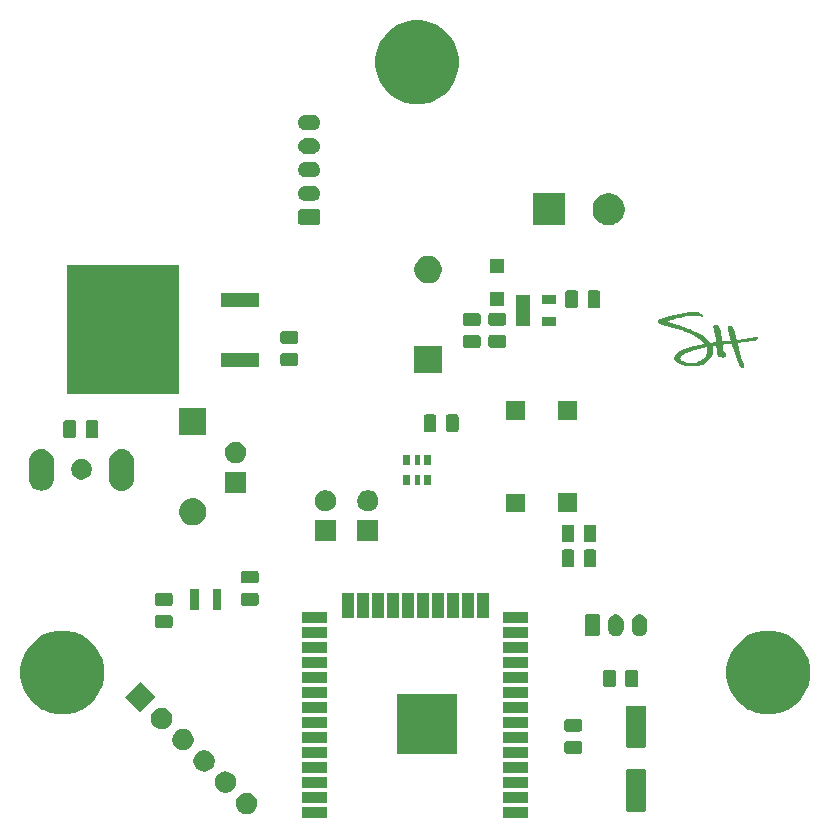
<source format=gbr>
G04 #@! TF.GenerationSoftware,KiCad,Pcbnew,(5.1.5)-3*
G04 #@! TF.CreationDate,2020-12-16T00:20:50-05:00*
G04 #@! TF.ProjectId,pov_ornament,706f765f-6f72-46e6-916d-656e742e6b69,rev?*
G04 #@! TF.SameCoordinates,Original*
G04 #@! TF.FileFunction,Soldermask,Top*
G04 #@! TF.FilePolarity,Negative*
%FSLAX46Y46*%
G04 Gerber Fmt 4.6, Leading zero omitted, Abs format (unit mm)*
G04 Created by KiCad (PCBNEW (5.1.5)-3) date 2020-12-16 00:20:50*
%MOMM*%
%LPD*%
G04 APERTURE LIST*
%ADD10C,0.010000*%
%ADD11C,0.100000*%
G04 APERTURE END LIST*
D10*
G36*
X159015781Y-92955526D02*
G01*
X159068434Y-92984793D01*
X159109432Y-93008469D01*
X159141237Y-93028221D01*
X159166312Y-93045719D01*
X159187120Y-93062630D01*
X159206123Y-93080624D01*
X159216887Y-93091787D01*
X159232248Y-93110174D01*
X159248604Y-93132913D01*
X159263554Y-93156174D01*
X159274701Y-93176130D01*
X159279643Y-93188952D01*
X159279260Y-93191322D01*
X159271215Y-93190370D01*
X159251209Y-93186152D01*
X159222638Y-93179416D01*
X159201627Y-93174182D01*
X159108252Y-93153474D01*
X159003734Y-93135641D01*
X158892661Y-93121399D01*
X158816333Y-93114178D01*
X158756176Y-93110695D01*
X158683871Y-93108745D01*
X158603064Y-93108258D01*
X158517400Y-93109160D01*
X158430524Y-93111381D01*
X158346082Y-93114848D01*
X158267720Y-93119490D01*
X158199082Y-93125236D01*
X158186312Y-93126569D01*
X157935744Y-93159933D01*
X157676662Y-93206462D01*
X157409335Y-93266095D01*
X157134030Y-93338771D01*
X156851014Y-93424429D01*
X156799691Y-93441084D01*
X156732196Y-93463512D01*
X156662564Y-93487205D01*
X156592403Y-93511567D01*
X156523323Y-93536004D01*
X156456935Y-93559921D01*
X156394846Y-93582721D01*
X156338668Y-93603810D01*
X156290009Y-93622593D01*
X156250479Y-93638474D01*
X156221688Y-93650859D01*
X156205245Y-93659152D01*
X156201937Y-93662127D01*
X156204755Y-93664310D01*
X156213698Y-93668303D01*
X156229501Y-93674348D01*
X156252896Y-93682685D01*
X156284619Y-93693557D01*
X156325404Y-93707205D01*
X156375984Y-93723870D01*
X156437094Y-93743794D01*
X156509467Y-93767218D01*
X156593838Y-93794383D01*
X156690940Y-93825532D01*
X156801509Y-93860905D01*
X156926277Y-93900743D01*
X156963937Y-93912757D01*
X157119342Y-93962465D01*
X157260842Y-94008047D01*
X157389735Y-94049948D01*
X157507318Y-94088618D01*
X157614887Y-94124503D01*
X157713741Y-94158050D01*
X157805177Y-94189707D01*
X157890490Y-94219922D01*
X157970980Y-94249142D01*
X158047942Y-94277814D01*
X158122674Y-94306386D01*
X158196474Y-94335305D01*
X158243978Y-94354267D01*
X158466854Y-94447607D01*
X158674730Y-94542599D01*
X158868440Y-94639766D01*
X159048819Y-94739632D01*
X159216701Y-94842719D01*
X159372921Y-94949551D01*
X159518314Y-95060651D01*
X159653715Y-95176543D01*
X159779957Y-95297749D01*
X159827023Y-95346716D01*
X159856834Y-95378822D01*
X159885262Y-95410116D01*
X159909149Y-95437082D01*
X159925338Y-95456203D01*
X159925720Y-95456679D01*
X159952406Y-95490014D01*
X160015906Y-95485951D01*
X160048058Y-95482287D01*
X160090267Y-95475198D01*
X160137339Y-95465661D01*
X160184078Y-95454656D01*
X160189694Y-95453211D01*
X160249647Y-95438753D01*
X160307071Y-95427014D01*
X160359306Y-95418387D01*
X160403692Y-95413268D01*
X160437569Y-95412050D01*
X160454682Y-95413983D01*
X160473953Y-95418820D01*
X160468833Y-95340363D01*
X160460619Y-95233435D01*
X160449994Y-95130586D01*
X160436417Y-95028284D01*
X160419344Y-94922994D01*
X160398235Y-94811184D01*
X160372548Y-94689318D01*
X160361279Y-94638775D01*
X160337692Y-94533941D01*
X160317482Y-94443172D01*
X160300355Y-94365089D01*
X160286016Y-94298311D01*
X160274172Y-94241459D01*
X160264529Y-94193153D01*
X160256792Y-94152014D01*
X160253287Y-94132199D01*
X160246627Y-94093789D01*
X160243836Y-94067839D01*
X160247024Y-94051031D01*
X160258304Y-94040046D01*
X160279787Y-94031566D01*
X160313586Y-94022275D01*
X160325235Y-94019159D01*
X160400263Y-94005390D01*
X160470230Y-94005656D01*
X160534200Y-94019791D01*
X160591234Y-94047628D01*
X160623458Y-94072371D01*
X160657009Y-94106775D01*
X160687432Y-94147339D01*
X160714979Y-94195008D01*
X160739900Y-94250729D01*
X160762446Y-94315448D01*
X160782868Y-94390111D01*
X160801418Y-94475664D01*
X160818345Y-94573054D01*
X160833901Y-94683225D01*
X160848337Y-94807124D01*
X160861904Y-94945698D01*
X160865307Y-94984093D01*
X160870859Y-95047048D01*
X160876350Y-95107611D01*
X160881535Y-95163203D01*
X160886168Y-95211246D01*
X160890004Y-95249162D01*
X160892799Y-95274374D01*
X160893226Y-95277781D01*
X160896903Y-95307875D01*
X160899586Y-95333246D01*
X160900692Y-95348332D01*
X160901571Y-95353801D01*
X160905490Y-95357626D01*
X160914681Y-95359982D01*
X160931374Y-95361042D01*
X160957804Y-95360980D01*
X160996202Y-95359969D01*
X161033890Y-95358705D01*
X161161231Y-95350278D01*
X161286233Y-95334409D01*
X161293843Y-95333173D01*
X161379479Y-95320972D01*
X161464533Y-95313055D01*
X161556836Y-95308706D01*
X161563718Y-95308518D01*
X161706593Y-95304780D01*
X161705995Y-95235718D01*
X161705228Y-95210228D01*
X161703092Y-95184423D01*
X161699159Y-95156543D01*
X161693001Y-95124825D01*
X161684192Y-95087509D01*
X161672303Y-95042835D01*
X161656907Y-94989042D01*
X161637577Y-94924368D01*
X161613885Y-94847053D01*
X161603477Y-94813437D01*
X161568890Y-94699415D01*
X161540148Y-94599034D01*
X161516995Y-94511281D01*
X161499172Y-94435141D01*
X161486422Y-94369602D01*
X161480415Y-94329787D01*
X161474675Y-94252287D01*
X161479032Y-94186633D01*
X161493435Y-94132946D01*
X161517837Y-94091346D01*
X161552187Y-94061953D01*
X161596436Y-94044888D01*
X161597496Y-94044657D01*
X161645552Y-94040721D01*
X161691216Y-94050377D01*
X161734975Y-94074029D01*
X161777314Y-94112080D01*
X161818718Y-94164937D01*
X161859674Y-94233002D01*
X161885836Y-94284650D01*
X161916550Y-94354357D01*
X161946201Y-94432979D01*
X161975151Y-94521751D01*
X162003762Y-94621910D01*
X162032396Y-94734693D01*
X162061416Y-94861335D01*
X162079337Y-94945321D01*
X162090742Y-95000001D01*
X162101899Y-95053319D01*
X162112110Y-95101965D01*
X162120681Y-95142626D01*
X162126916Y-95171991D01*
X162128159Y-95177787D01*
X162140808Y-95236542D01*
X162281962Y-95231243D01*
X162362458Y-95227433D01*
X162442046Y-95221945D01*
X162522566Y-95214512D01*
X162605860Y-95204861D01*
X162693767Y-95192725D01*
X162788129Y-95177832D01*
X162890785Y-95159913D01*
X163003578Y-95138699D01*
X163128346Y-95113918D01*
X163242500Y-95090411D01*
X163375014Y-95063216D01*
X163493451Y-95039855D01*
X163597584Y-95020368D01*
X163687183Y-95004794D01*
X163762019Y-94993176D01*
X163821863Y-94985552D01*
X163848526Y-94983060D01*
X163915012Y-94977950D01*
X163920089Y-95005010D01*
X163920283Y-95038086D01*
X163910917Y-95082229D01*
X163892312Y-95136082D01*
X163884627Y-95154750D01*
X163874484Y-95178392D01*
X163867081Y-95195326D01*
X163864385Y-95201157D01*
X163855954Y-95203360D01*
X163833058Y-95207296D01*
X163796995Y-95212800D01*
X163749062Y-95219705D01*
X163690554Y-95227845D01*
X163622769Y-95237054D01*
X163547003Y-95247166D01*
X163464553Y-95258013D01*
X163376716Y-95269429D01*
X163284788Y-95281249D01*
X163190066Y-95293305D01*
X163093846Y-95305432D01*
X162997426Y-95317463D01*
X162902102Y-95329232D01*
X162809171Y-95340571D01*
X162719929Y-95351316D01*
X162635674Y-95361300D01*
X162557701Y-95370355D01*
X162487307Y-95378317D01*
X162460750Y-95381247D01*
X162398130Y-95388154D01*
X162340744Y-95394597D01*
X162290445Y-95400359D01*
X162249091Y-95405222D01*
X162218536Y-95408969D01*
X162200635Y-95411383D01*
X162196635Y-95412156D01*
X162198309Y-95420025D01*
X162204327Y-95440567D01*
X162213949Y-95471416D01*
X162226438Y-95510206D01*
X162241054Y-95554571D01*
X162241679Y-95556448D01*
X162261259Y-95616689D01*
X162280060Y-95677807D01*
X162298571Y-95741691D01*
X162317285Y-95810229D01*
X162336691Y-95885308D01*
X162357281Y-95968817D01*
X162379544Y-96062644D01*
X162403973Y-96168678D01*
X162425050Y-96261982D01*
X162445698Y-96353792D01*
X162463464Y-96432156D01*
X162478851Y-96499137D01*
X162492364Y-96556800D01*
X162504507Y-96607208D01*
X162515786Y-96652424D01*
X162526703Y-96694511D01*
X162537765Y-96735534D01*
X162549476Y-96777555D01*
X162560906Y-96817656D01*
X162580699Y-96884288D01*
X162598707Y-96939184D01*
X162616450Y-96986136D01*
X162635442Y-97028935D01*
X162657200Y-97071375D01*
X162675181Y-97103406D01*
X162709182Y-97163616D01*
X162735405Y-97213218D01*
X162755029Y-97254710D01*
X162769236Y-97290589D01*
X162779205Y-97323352D01*
X162779308Y-97323750D01*
X162786700Y-97366826D01*
X162787841Y-97410256D01*
X162783303Y-97450751D01*
X162773663Y-97485025D01*
X162759492Y-97509791D01*
X162744915Y-97520691D01*
X162713034Y-97526817D01*
X162672732Y-97525740D01*
X162629601Y-97517714D01*
X162620320Y-97515051D01*
X162583959Y-97497260D01*
X162546408Y-97467248D01*
X162510798Y-97428070D01*
X162480258Y-97382783D01*
X162474996Y-97373188D01*
X162462177Y-97346949D01*
X162445803Y-97310643D01*
X162427967Y-97269038D01*
X162410763Y-97226905D01*
X162410540Y-97226344D01*
X162393386Y-97183617D01*
X162372170Y-97131599D01*
X162349073Y-97075596D01*
X162326278Y-97020914D01*
X162315595Y-96995534D01*
X162275368Y-96897662D01*
X162231380Y-96785500D01*
X162183544Y-96658819D01*
X162131777Y-96517394D01*
X162075994Y-96360997D01*
X162043466Y-96268217D01*
X161999775Y-96142977D01*
X161960939Y-96031832D01*
X161926633Y-95933867D01*
X161896538Y-95848170D01*
X161870330Y-95773827D01*
X161847687Y-95709925D01*
X161828287Y-95655550D01*
X161811808Y-95609789D01*
X161797927Y-95571730D01*
X161794907Y-95563531D01*
X161759737Y-95468281D01*
X161721259Y-95469618D01*
X161702284Y-95470934D01*
X161669728Y-95473921D01*
X161625771Y-95478334D01*
X161572589Y-95483924D01*
X161512362Y-95490445D01*
X161447267Y-95497650D01*
X161379484Y-95505293D01*
X161311189Y-95513127D01*
X161244562Y-95520904D01*
X161181781Y-95528378D01*
X161125023Y-95535302D01*
X161076468Y-95541429D01*
X161038293Y-95546513D01*
X161021984Y-95548854D01*
X160932687Y-95562223D01*
X160932687Y-95607342D01*
X160934066Y-95630121D01*
X160937886Y-95664904D01*
X160943672Y-95708092D01*
X160950951Y-95756086D01*
X160957356Y-95794528D01*
X160969153Y-95867899D01*
X160977133Y-95931684D01*
X160981885Y-95991545D01*
X160983952Y-96050218D01*
X160985120Y-96097827D01*
X160986927Y-96131923D01*
X160989638Y-96154867D01*
X160993515Y-96169015D01*
X160997982Y-96175946D01*
X161008843Y-96184737D01*
X161030070Y-96200295D01*
X161058817Y-96220587D01*
X161092239Y-96243580D01*
X161100042Y-96248870D01*
X161147967Y-96282983D01*
X161183599Y-96312992D01*
X161209038Y-96341497D01*
X161226382Y-96371094D01*
X161237730Y-96404383D01*
X161242093Y-96424750D01*
X161246772Y-96482621D01*
X161238130Y-96531885D01*
X161216171Y-96572523D01*
X161206502Y-96583529D01*
X161175272Y-96611242D01*
X161142235Y-96630655D01*
X161103897Y-96642929D01*
X161056767Y-96649223D01*
X161004125Y-96650734D01*
X160956818Y-96649622D01*
X160913485Y-96646066D01*
X160870331Y-96639343D01*
X160823563Y-96628735D01*
X160769389Y-96613519D01*
X160709540Y-96594766D01*
X160624303Y-96567210D01*
X160612325Y-96513839D01*
X160595141Y-96431270D01*
X160577872Y-96337085D01*
X160561212Y-96235523D01*
X160545856Y-96130824D01*
X160532497Y-96027227D01*
X160532102Y-96023906D01*
X160528188Y-95989360D01*
X160523622Y-95946570D01*
X160518679Y-95898375D01*
X160513630Y-95847613D01*
X160508748Y-95797123D01*
X160504305Y-95749744D01*
X160500576Y-95708316D01*
X160497831Y-95675676D01*
X160496344Y-95654664D01*
X160496157Y-95649644D01*
X160490469Y-95646077D01*
X160472601Y-95647018D01*
X160441286Y-95652576D01*
X160427384Y-95655530D01*
X160403560Y-95661064D01*
X160370320Y-95669234D01*
X160330338Y-95679336D01*
X160286290Y-95690665D01*
X160240850Y-95702518D01*
X160196696Y-95714192D01*
X160156500Y-95724982D01*
X160122940Y-95734184D01*
X160098689Y-95741096D01*
X160086424Y-95745012D01*
X160085510Y-95745468D01*
X160087497Y-95752992D01*
X160094400Y-95771523D01*
X160104865Y-95797485D01*
X160108259Y-95805621D01*
X160139965Y-95901114D01*
X160158042Y-96003208D01*
X160162485Y-96110350D01*
X160153287Y-96220991D01*
X160130444Y-96333581D01*
X160110407Y-96400767D01*
X160059640Y-96528675D01*
X159994874Y-96652186D01*
X159917552Y-96769404D01*
X159829119Y-96878434D01*
X159731020Y-96977381D01*
X159624699Y-97064350D01*
X159581629Y-97094405D01*
X159442256Y-97177618D01*
X159294127Y-97247645D01*
X159137355Y-97304467D01*
X158972052Y-97348063D01*
X158798329Y-97378415D01*
X158616300Y-97395503D01*
X158426077Y-97399309D01*
X158227771Y-97389812D01*
X158021496Y-97366993D01*
X158007718Y-97365035D01*
X157835689Y-97336165D01*
X157678323Y-97301234D01*
X157535608Y-97260239D01*
X157407535Y-97213176D01*
X157338574Y-97182437D01*
X157261257Y-97143437D01*
X157196124Y-97105978D01*
X157139908Y-97067947D01*
X157089345Y-97027229D01*
X157065973Y-97005968D01*
X157020157Y-96958586D01*
X156986826Y-96913788D01*
X156963765Y-96868174D01*
X156951689Y-96830659D01*
X156947356Y-96811921D01*
X157378114Y-96811921D01*
X157385085Y-96848101D01*
X157400875Y-96880992D01*
X157427269Y-96914585D01*
X157456829Y-96944277D01*
X157508675Y-96985554D01*
X157574419Y-97025469D01*
X157652096Y-97063359D01*
X157739745Y-97098560D01*
X157835401Y-97130411D01*
X157937103Y-97158249D01*
X158042888Y-97181410D01*
X158150792Y-97199232D01*
X158242956Y-97209710D01*
X158302485Y-97214426D01*
X158351848Y-97216767D01*
X158396578Y-97216743D01*
X158442203Y-97214365D01*
X158489080Y-97210172D01*
X158622172Y-97190317D01*
X158753600Y-97158392D01*
X158882099Y-97115285D01*
X159006406Y-97061884D01*
X159125255Y-96999077D01*
X159237382Y-96927752D01*
X159341522Y-96848796D01*
X159436412Y-96763097D01*
X159520785Y-96671543D01*
X159593378Y-96575021D01*
X159652927Y-96474420D01*
X159698166Y-96370628D01*
X159702460Y-96358332D01*
X159722660Y-96291745D01*
X159735416Y-96230148D01*
X159741892Y-96166372D01*
X159743329Y-96106359D01*
X159735321Y-96000091D01*
X159711668Y-95896459D01*
X159686454Y-95827000D01*
X159671719Y-95792134D01*
X159661284Y-95769732D01*
X159653207Y-95757663D01*
X159645548Y-95753795D01*
X159636368Y-95755994D01*
X159626271Y-95760865D01*
X159608124Y-95767884D01*
X159579525Y-95776714D01*
X159545543Y-95785834D01*
X159531718Y-95789191D01*
X159382290Y-95824357D01*
X159247226Y-95856303D01*
X159125417Y-95885348D01*
X159015750Y-95911811D01*
X158917115Y-95936011D01*
X158828402Y-95958267D01*
X158748498Y-95978896D01*
X158676294Y-95998219D01*
X158610679Y-96016554D01*
X158550541Y-96034219D01*
X158494770Y-96051534D01*
X158442255Y-96068816D01*
X158391885Y-96086386D01*
X158342549Y-96104562D01*
X158293135Y-96123663D01*
X158242535Y-96144006D01*
X158189635Y-96165912D01*
X158133326Y-96189699D01*
X158127675Y-96192104D01*
X157993852Y-96250976D01*
X157875023Y-96307306D01*
X157770572Y-96361447D01*
X157679883Y-96413754D01*
X157602341Y-96464580D01*
X157537332Y-96514278D01*
X157487812Y-96559560D01*
X157442262Y-96610286D01*
X157409973Y-96657901D01*
X157389476Y-96705205D01*
X157379299Y-96755001D01*
X157378177Y-96768463D01*
X157378114Y-96811921D01*
X156947356Y-96811921D01*
X156945349Y-96803244D01*
X156942898Y-96781394D01*
X156944311Y-96758610D01*
X156949567Y-96728395D01*
X156951299Y-96719798D01*
X156969651Y-96656298D01*
X156999229Y-96587038D01*
X157038213Y-96515307D01*
X157084786Y-96444394D01*
X157137129Y-96377587D01*
X157146451Y-96366896D01*
X157197873Y-96316085D01*
X157263127Y-96263478D01*
X157340438Y-96210173D01*
X157428030Y-96157267D01*
X157524125Y-96105858D01*
X157626948Y-96057043D01*
X157695582Y-96027621D01*
X157763074Y-96000793D01*
X157832758Y-95975011D01*
X157905840Y-95949959D01*
X157983521Y-95925321D01*
X158067008Y-95900781D01*
X158157503Y-95876022D01*
X158256211Y-95850726D01*
X158364336Y-95824579D01*
X158483083Y-95797263D01*
X158613654Y-95768462D01*
X158757255Y-95737859D01*
X158915090Y-95705138D01*
X158948312Y-95698344D01*
X159056775Y-95676036D01*
X159157765Y-95654919D01*
X159249983Y-95635277D01*
X159332133Y-95617392D01*
X159402916Y-95601549D01*
X159461035Y-95588030D01*
X159505192Y-95577119D01*
X159514209Y-95574750D01*
X159544325Y-95566699D01*
X159518240Y-95533365D01*
X159495503Y-95506426D01*
X159463308Y-95471196D01*
X159423997Y-95430002D01*
X159379909Y-95385175D01*
X159333386Y-95339043D01*
X159286769Y-95293937D01*
X159242397Y-95252184D01*
X159202613Y-95216116D01*
X159178500Y-95195289D01*
X158993732Y-95050124D01*
X158795772Y-94913567D01*
X158584842Y-94785737D01*
X158361165Y-94666754D01*
X158124962Y-94556739D01*
X157876458Y-94455809D01*
X157658468Y-94378171D01*
X157594612Y-94357075D01*
X157533783Y-94337628D01*
X157473728Y-94319202D01*
X157412192Y-94301169D01*
X157346921Y-94282903D01*
X157275661Y-94263773D01*
X157196158Y-94243154D01*
X157106158Y-94220416D01*
X157003406Y-94194932D01*
X156979812Y-94189127D01*
X156870804Y-94162177D01*
X156774975Y-94138095D01*
X156690017Y-94116244D01*
X156613627Y-94095988D01*
X156543498Y-94076690D01*
X156477325Y-94057715D01*
X156412803Y-94038425D01*
X156347625Y-94018184D01*
X156279487Y-93996357D01*
X156268466Y-93992775D01*
X156214028Y-93975244D01*
X156158071Y-93957553D01*
X156104762Y-93940997D01*
X156058270Y-93926871D01*
X156023343Y-93916634D01*
X155926105Y-93887898D01*
X155843483Y-93860808D01*
X155774382Y-93834739D01*
X155717708Y-93809063D01*
X155672365Y-93783155D01*
X155637259Y-93756389D01*
X155611294Y-93728138D01*
X155593375Y-93697776D01*
X155582408Y-93664678D01*
X155582366Y-93664490D01*
X155579293Y-93624166D01*
X155590442Y-93589592D01*
X155610475Y-93563928D01*
X155640204Y-93540204D01*
X155683927Y-93513915D01*
X155740097Y-93485736D01*
X155807167Y-93456343D01*
X155883591Y-93426410D01*
X155967821Y-93396615D01*
X156058312Y-93367631D01*
X156063834Y-93365955D01*
X156121619Y-93348922D01*
X156192626Y-93328741D01*
X156274645Y-93305987D01*
X156365465Y-93281237D01*
X156462877Y-93255069D01*
X156564671Y-93228060D01*
X156668637Y-93200785D01*
X156772565Y-93173823D01*
X156874245Y-93147751D01*
X156971468Y-93123144D01*
X157062022Y-93100580D01*
X157143699Y-93080637D01*
X157214289Y-93063890D01*
X157265562Y-93052237D01*
X157486209Y-93006443D01*
X157696665Y-92968832D01*
X157900117Y-92939033D01*
X158099748Y-92916679D01*
X158298745Y-92901401D01*
X158500292Y-92892831D01*
X158662562Y-92890562D01*
X158896718Y-92890034D01*
X159015781Y-92955526D01*
G37*
X159015781Y-92955526D02*
X159068434Y-92984793D01*
X159109432Y-93008469D01*
X159141237Y-93028221D01*
X159166312Y-93045719D01*
X159187120Y-93062630D01*
X159206123Y-93080624D01*
X159216887Y-93091787D01*
X159232248Y-93110174D01*
X159248604Y-93132913D01*
X159263554Y-93156174D01*
X159274701Y-93176130D01*
X159279643Y-93188952D01*
X159279260Y-93191322D01*
X159271215Y-93190370D01*
X159251209Y-93186152D01*
X159222638Y-93179416D01*
X159201627Y-93174182D01*
X159108252Y-93153474D01*
X159003734Y-93135641D01*
X158892661Y-93121399D01*
X158816333Y-93114178D01*
X158756176Y-93110695D01*
X158683871Y-93108745D01*
X158603064Y-93108258D01*
X158517400Y-93109160D01*
X158430524Y-93111381D01*
X158346082Y-93114848D01*
X158267720Y-93119490D01*
X158199082Y-93125236D01*
X158186312Y-93126569D01*
X157935744Y-93159933D01*
X157676662Y-93206462D01*
X157409335Y-93266095D01*
X157134030Y-93338771D01*
X156851014Y-93424429D01*
X156799691Y-93441084D01*
X156732196Y-93463512D01*
X156662564Y-93487205D01*
X156592403Y-93511567D01*
X156523323Y-93536004D01*
X156456935Y-93559921D01*
X156394846Y-93582721D01*
X156338668Y-93603810D01*
X156290009Y-93622593D01*
X156250479Y-93638474D01*
X156221688Y-93650859D01*
X156205245Y-93659152D01*
X156201937Y-93662127D01*
X156204755Y-93664310D01*
X156213698Y-93668303D01*
X156229501Y-93674348D01*
X156252896Y-93682685D01*
X156284619Y-93693557D01*
X156325404Y-93707205D01*
X156375984Y-93723870D01*
X156437094Y-93743794D01*
X156509467Y-93767218D01*
X156593838Y-93794383D01*
X156690940Y-93825532D01*
X156801509Y-93860905D01*
X156926277Y-93900743D01*
X156963937Y-93912757D01*
X157119342Y-93962465D01*
X157260842Y-94008047D01*
X157389735Y-94049948D01*
X157507318Y-94088618D01*
X157614887Y-94124503D01*
X157713741Y-94158050D01*
X157805177Y-94189707D01*
X157890490Y-94219922D01*
X157970980Y-94249142D01*
X158047942Y-94277814D01*
X158122674Y-94306386D01*
X158196474Y-94335305D01*
X158243978Y-94354267D01*
X158466854Y-94447607D01*
X158674730Y-94542599D01*
X158868440Y-94639766D01*
X159048819Y-94739632D01*
X159216701Y-94842719D01*
X159372921Y-94949551D01*
X159518314Y-95060651D01*
X159653715Y-95176543D01*
X159779957Y-95297749D01*
X159827023Y-95346716D01*
X159856834Y-95378822D01*
X159885262Y-95410116D01*
X159909149Y-95437082D01*
X159925338Y-95456203D01*
X159925720Y-95456679D01*
X159952406Y-95490014D01*
X160015906Y-95485951D01*
X160048058Y-95482287D01*
X160090267Y-95475198D01*
X160137339Y-95465661D01*
X160184078Y-95454656D01*
X160189694Y-95453211D01*
X160249647Y-95438753D01*
X160307071Y-95427014D01*
X160359306Y-95418387D01*
X160403692Y-95413268D01*
X160437569Y-95412050D01*
X160454682Y-95413983D01*
X160473953Y-95418820D01*
X160468833Y-95340363D01*
X160460619Y-95233435D01*
X160449994Y-95130586D01*
X160436417Y-95028284D01*
X160419344Y-94922994D01*
X160398235Y-94811184D01*
X160372548Y-94689318D01*
X160361279Y-94638775D01*
X160337692Y-94533941D01*
X160317482Y-94443172D01*
X160300355Y-94365089D01*
X160286016Y-94298311D01*
X160274172Y-94241459D01*
X160264529Y-94193153D01*
X160256792Y-94152014D01*
X160253287Y-94132199D01*
X160246627Y-94093789D01*
X160243836Y-94067839D01*
X160247024Y-94051031D01*
X160258304Y-94040046D01*
X160279787Y-94031566D01*
X160313586Y-94022275D01*
X160325235Y-94019159D01*
X160400263Y-94005390D01*
X160470230Y-94005656D01*
X160534200Y-94019791D01*
X160591234Y-94047628D01*
X160623458Y-94072371D01*
X160657009Y-94106775D01*
X160687432Y-94147339D01*
X160714979Y-94195008D01*
X160739900Y-94250729D01*
X160762446Y-94315448D01*
X160782868Y-94390111D01*
X160801418Y-94475664D01*
X160818345Y-94573054D01*
X160833901Y-94683225D01*
X160848337Y-94807124D01*
X160861904Y-94945698D01*
X160865307Y-94984093D01*
X160870859Y-95047048D01*
X160876350Y-95107611D01*
X160881535Y-95163203D01*
X160886168Y-95211246D01*
X160890004Y-95249162D01*
X160892799Y-95274374D01*
X160893226Y-95277781D01*
X160896903Y-95307875D01*
X160899586Y-95333246D01*
X160900692Y-95348332D01*
X160901571Y-95353801D01*
X160905490Y-95357626D01*
X160914681Y-95359982D01*
X160931374Y-95361042D01*
X160957804Y-95360980D01*
X160996202Y-95359969D01*
X161033890Y-95358705D01*
X161161231Y-95350278D01*
X161286233Y-95334409D01*
X161293843Y-95333173D01*
X161379479Y-95320972D01*
X161464533Y-95313055D01*
X161556836Y-95308706D01*
X161563718Y-95308518D01*
X161706593Y-95304780D01*
X161705995Y-95235718D01*
X161705228Y-95210228D01*
X161703092Y-95184423D01*
X161699159Y-95156543D01*
X161693001Y-95124825D01*
X161684192Y-95087509D01*
X161672303Y-95042835D01*
X161656907Y-94989042D01*
X161637577Y-94924368D01*
X161613885Y-94847053D01*
X161603477Y-94813437D01*
X161568890Y-94699415D01*
X161540148Y-94599034D01*
X161516995Y-94511281D01*
X161499172Y-94435141D01*
X161486422Y-94369602D01*
X161480415Y-94329787D01*
X161474675Y-94252287D01*
X161479032Y-94186633D01*
X161493435Y-94132946D01*
X161517837Y-94091346D01*
X161552187Y-94061953D01*
X161596436Y-94044888D01*
X161597496Y-94044657D01*
X161645552Y-94040721D01*
X161691216Y-94050377D01*
X161734975Y-94074029D01*
X161777314Y-94112080D01*
X161818718Y-94164937D01*
X161859674Y-94233002D01*
X161885836Y-94284650D01*
X161916550Y-94354357D01*
X161946201Y-94432979D01*
X161975151Y-94521751D01*
X162003762Y-94621910D01*
X162032396Y-94734693D01*
X162061416Y-94861335D01*
X162079337Y-94945321D01*
X162090742Y-95000001D01*
X162101899Y-95053319D01*
X162112110Y-95101965D01*
X162120681Y-95142626D01*
X162126916Y-95171991D01*
X162128159Y-95177787D01*
X162140808Y-95236542D01*
X162281962Y-95231243D01*
X162362458Y-95227433D01*
X162442046Y-95221945D01*
X162522566Y-95214512D01*
X162605860Y-95204861D01*
X162693767Y-95192725D01*
X162788129Y-95177832D01*
X162890785Y-95159913D01*
X163003578Y-95138699D01*
X163128346Y-95113918D01*
X163242500Y-95090411D01*
X163375014Y-95063216D01*
X163493451Y-95039855D01*
X163597584Y-95020368D01*
X163687183Y-95004794D01*
X163762019Y-94993176D01*
X163821863Y-94985552D01*
X163848526Y-94983060D01*
X163915012Y-94977950D01*
X163920089Y-95005010D01*
X163920283Y-95038086D01*
X163910917Y-95082229D01*
X163892312Y-95136082D01*
X163884627Y-95154750D01*
X163874484Y-95178392D01*
X163867081Y-95195326D01*
X163864385Y-95201157D01*
X163855954Y-95203360D01*
X163833058Y-95207296D01*
X163796995Y-95212800D01*
X163749062Y-95219705D01*
X163690554Y-95227845D01*
X163622769Y-95237054D01*
X163547003Y-95247166D01*
X163464553Y-95258013D01*
X163376716Y-95269429D01*
X163284788Y-95281249D01*
X163190066Y-95293305D01*
X163093846Y-95305432D01*
X162997426Y-95317463D01*
X162902102Y-95329232D01*
X162809171Y-95340571D01*
X162719929Y-95351316D01*
X162635674Y-95361300D01*
X162557701Y-95370355D01*
X162487307Y-95378317D01*
X162460750Y-95381247D01*
X162398130Y-95388154D01*
X162340744Y-95394597D01*
X162290445Y-95400359D01*
X162249091Y-95405222D01*
X162218536Y-95408969D01*
X162200635Y-95411383D01*
X162196635Y-95412156D01*
X162198309Y-95420025D01*
X162204327Y-95440567D01*
X162213949Y-95471416D01*
X162226438Y-95510206D01*
X162241054Y-95554571D01*
X162241679Y-95556448D01*
X162261259Y-95616689D01*
X162280060Y-95677807D01*
X162298571Y-95741691D01*
X162317285Y-95810229D01*
X162336691Y-95885308D01*
X162357281Y-95968817D01*
X162379544Y-96062644D01*
X162403973Y-96168678D01*
X162425050Y-96261982D01*
X162445698Y-96353792D01*
X162463464Y-96432156D01*
X162478851Y-96499137D01*
X162492364Y-96556800D01*
X162504507Y-96607208D01*
X162515786Y-96652424D01*
X162526703Y-96694511D01*
X162537765Y-96735534D01*
X162549476Y-96777555D01*
X162560906Y-96817656D01*
X162580699Y-96884288D01*
X162598707Y-96939184D01*
X162616450Y-96986136D01*
X162635442Y-97028935D01*
X162657200Y-97071375D01*
X162675181Y-97103406D01*
X162709182Y-97163616D01*
X162735405Y-97213218D01*
X162755029Y-97254710D01*
X162769236Y-97290589D01*
X162779205Y-97323352D01*
X162779308Y-97323750D01*
X162786700Y-97366826D01*
X162787841Y-97410256D01*
X162783303Y-97450751D01*
X162773663Y-97485025D01*
X162759492Y-97509791D01*
X162744915Y-97520691D01*
X162713034Y-97526817D01*
X162672732Y-97525740D01*
X162629601Y-97517714D01*
X162620320Y-97515051D01*
X162583959Y-97497260D01*
X162546408Y-97467248D01*
X162510798Y-97428070D01*
X162480258Y-97382783D01*
X162474996Y-97373188D01*
X162462177Y-97346949D01*
X162445803Y-97310643D01*
X162427967Y-97269038D01*
X162410763Y-97226905D01*
X162410540Y-97226344D01*
X162393386Y-97183617D01*
X162372170Y-97131599D01*
X162349073Y-97075596D01*
X162326278Y-97020914D01*
X162315595Y-96995534D01*
X162275368Y-96897662D01*
X162231380Y-96785500D01*
X162183544Y-96658819D01*
X162131777Y-96517394D01*
X162075994Y-96360997D01*
X162043466Y-96268217D01*
X161999775Y-96142977D01*
X161960939Y-96031832D01*
X161926633Y-95933867D01*
X161896538Y-95848170D01*
X161870330Y-95773827D01*
X161847687Y-95709925D01*
X161828287Y-95655550D01*
X161811808Y-95609789D01*
X161797927Y-95571730D01*
X161794907Y-95563531D01*
X161759737Y-95468281D01*
X161721259Y-95469618D01*
X161702284Y-95470934D01*
X161669728Y-95473921D01*
X161625771Y-95478334D01*
X161572589Y-95483924D01*
X161512362Y-95490445D01*
X161447267Y-95497650D01*
X161379484Y-95505293D01*
X161311189Y-95513127D01*
X161244562Y-95520904D01*
X161181781Y-95528378D01*
X161125023Y-95535302D01*
X161076468Y-95541429D01*
X161038293Y-95546513D01*
X161021984Y-95548854D01*
X160932687Y-95562223D01*
X160932687Y-95607342D01*
X160934066Y-95630121D01*
X160937886Y-95664904D01*
X160943672Y-95708092D01*
X160950951Y-95756086D01*
X160957356Y-95794528D01*
X160969153Y-95867899D01*
X160977133Y-95931684D01*
X160981885Y-95991545D01*
X160983952Y-96050218D01*
X160985120Y-96097827D01*
X160986927Y-96131923D01*
X160989638Y-96154867D01*
X160993515Y-96169015D01*
X160997982Y-96175946D01*
X161008843Y-96184737D01*
X161030070Y-96200295D01*
X161058817Y-96220587D01*
X161092239Y-96243580D01*
X161100042Y-96248870D01*
X161147967Y-96282983D01*
X161183599Y-96312992D01*
X161209038Y-96341497D01*
X161226382Y-96371094D01*
X161237730Y-96404383D01*
X161242093Y-96424750D01*
X161246772Y-96482621D01*
X161238130Y-96531885D01*
X161216171Y-96572523D01*
X161206502Y-96583529D01*
X161175272Y-96611242D01*
X161142235Y-96630655D01*
X161103897Y-96642929D01*
X161056767Y-96649223D01*
X161004125Y-96650734D01*
X160956818Y-96649622D01*
X160913485Y-96646066D01*
X160870331Y-96639343D01*
X160823563Y-96628735D01*
X160769389Y-96613519D01*
X160709540Y-96594766D01*
X160624303Y-96567210D01*
X160612325Y-96513839D01*
X160595141Y-96431270D01*
X160577872Y-96337085D01*
X160561212Y-96235523D01*
X160545856Y-96130824D01*
X160532497Y-96027227D01*
X160532102Y-96023906D01*
X160528188Y-95989360D01*
X160523622Y-95946570D01*
X160518679Y-95898375D01*
X160513630Y-95847613D01*
X160508748Y-95797123D01*
X160504305Y-95749744D01*
X160500576Y-95708316D01*
X160497831Y-95675676D01*
X160496344Y-95654664D01*
X160496157Y-95649644D01*
X160490469Y-95646077D01*
X160472601Y-95647018D01*
X160441286Y-95652576D01*
X160427384Y-95655530D01*
X160403560Y-95661064D01*
X160370320Y-95669234D01*
X160330338Y-95679336D01*
X160286290Y-95690665D01*
X160240850Y-95702518D01*
X160196696Y-95714192D01*
X160156500Y-95724982D01*
X160122940Y-95734184D01*
X160098689Y-95741096D01*
X160086424Y-95745012D01*
X160085510Y-95745468D01*
X160087497Y-95752992D01*
X160094400Y-95771523D01*
X160104865Y-95797485D01*
X160108259Y-95805621D01*
X160139965Y-95901114D01*
X160158042Y-96003208D01*
X160162485Y-96110350D01*
X160153287Y-96220991D01*
X160130444Y-96333581D01*
X160110407Y-96400767D01*
X160059640Y-96528675D01*
X159994874Y-96652186D01*
X159917552Y-96769404D01*
X159829119Y-96878434D01*
X159731020Y-96977381D01*
X159624699Y-97064350D01*
X159581629Y-97094405D01*
X159442256Y-97177618D01*
X159294127Y-97247645D01*
X159137355Y-97304467D01*
X158972052Y-97348063D01*
X158798329Y-97378415D01*
X158616300Y-97395503D01*
X158426077Y-97399309D01*
X158227771Y-97389812D01*
X158021496Y-97366993D01*
X158007718Y-97365035D01*
X157835689Y-97336165D01*
X157678323Y-97301234D01*
X157535608Y-97260239D01*
X157407535Y-97213176D01*
X157338574Y-97182437D01*
X157261257Y-97143437D01*
X157196124Y-97105978D01*
X157139908Y-97067947D01*
X157089345Y-97027229D01*
X157065973Y-97005968D01*
X157020157Y-96958586D01*
X156986826Y-96913788D01*
X156963765Y-96868174D01*
X156951689Y-96830659D01*
X156947356Y-96811921D01*
X157378114Y-96811921D01*
X157385085Y-96848101D01*
X157400875Y-96880992D01*
X157427269Y-96914585D01*
X157456829Y-96944277D01*
X157508675Y-96985554D01*
X157574419Y-97025469D01*
X157652096Y-97063359D01*
X157739745Y-97098560D01*
X157835401Y-97130411D01*
X157937103Y-97158249D01*
X158042888Y-97181410D01*
X158150792Y-97199232D01*
X158242956Y-97209710D01*
X158302485Y-97214426D01*
X158351848Y-97216767D01*
X158396578Y-97216743D01*
X158442203Y-97214365D01*
X158489080Y-97210172D01*
X158622172Y-97190317D01*
X158753600Y-97158392D01*
X158882099Y-97115285D01*
X159006406Y-97061884D01*
X159125255Y-96999077D01*
X159237382Y-96927752D01*
X159341522Y-96848796D01*
X159436412Y-96763097D01*
X159520785Y-96671543D01*
X159593378Y-96575021D01*
X159652927Y-96474420D01*
X159698166Y-96370628D01*
X159702460Y-96358332D01*
X159722660Y-96291745D01*
X159735416Y-96230148D01*
X159741892Y-96166372D01*
X159743329Y-96106359D01*
X159735321Y-96000091D01*
X159711668Y-95896459D01*
X159686454Y-95827000D01*
X159671719Y-95792134D01*
X159661284Y-95769732D01*
X159653207Y-95757663D01*
X159645548Y-95753795D01*
X159636368Y-95755994D01*
X159626271Y-95760865D01*
X159608124Y-95767884D01*
X159579525Y-95776714D01*
X159545543Y-95785834D01*
X159531718Y-95789191D01*
X159382290Y-95824357D01*
X159247226Y-95856303D01*
X159125417Y-95885348D01*
X159015750Y-95911811D01*
X158917115Y-95936011D01*
X158828402Y-95958267D01*
X158748498Y-95978896D01*
X158676294Y-95998219D01*
X158610679Y-96016554D01*
X158550541Y-96034219D01*
X158494770Y-96051534D01*
X158442255Y-96068816D01*
X158391885Y-96086386D01*
X158342549Y-96104562D01*
X158293135Y-96123663D01*
X158242535Y-96144006D01*
X158189635Y-96165912D01*
X158133326Y-96189699D01*
X158127675Y-96192104D01*
X157993852Y-96250976D01*
X157875023Y-96307306D01*
X157770572Y-96361447D01*
X157679883Y-96413754D01*
X157602341Y-96464580D01*
X157537332Y-96514278D01*
X157487812Y-96559560D01*
X157442262Y-96610286D01*
X157409973Y-96657901D01*
X157389476Y-96705205D01*
X157379299Y-96755001D01*
X157378177Y-96768463D01*
X157378114Y-96811921D01*
X156947356Y-96811921D01*
X156945349Y-96803244D01*
X156942898Y-96781394D01*
X156944311Y-96758610D01*
X156949567Y-96728395D01*
X156951299Y-96719798D01*
X156969651Y-96656298D01*
X156999229Y-96587038D01*
X157038213Y-96515307D01*
X157084786Y-96444394D01*
X157137129Y-96377587D01*
X157146451Y-96366896D01*
X157197873Y-96316085D01*
X157263127Y-96263478D01*
X157340438Y-96210173D01*
X157428030Y-96157267D01*
X157524125Y-96105858D01*
X157626948Y-96057043D01*
X157695582Y-96027621D01*
X157763074Y-96000793D01*
X157832758Y-95975011D01*
X157905840Y-95949959D01*
X157983521Y-95925321D01*
X158067008Y-95900781D01*
X158157503Y-95876022D01*
X158256211Y-95850726D01*
X158364336Y-95824579D01*
X158483083Y-95797263D01*
X158613654Y-95768462D01*
X158757255Y-95737859D01*
X158915090Y-95705138D01*
X158948312Y-95698344D01*
X159056775Y-95676036D01*
X159157765Y-95654919D01*
X159249983Y-95635277D01*
X159332133Y-95617392D01*
X159402916Y-95601549D01*
X159461035Y-95588030D01*
X159505192Y-95577119D01*
X159514209Y-95574750D01*
X159544325Y-95566699D01*
X159518240Y-95533365D01*
X159495503Y-95506426D01*
X159463308Y-95471196D01*
X159423997Y-95430002D01*
X159379909Y-95385175D01*
X159333386Y-95339043D01*
X159286769Y-95293937D01*
X159242397Y-95252184D01*
X159202613Y-95216116D01*
X159178500Y-95195289D01*
X158993732Y-95050124D01*
X158795772Y-94913567D01*
X158584842Y-94785737D01*
X158361165Y-94666754D01*
X158124962Y-94556739D01*
X157876458Y-94455809D01*
X157658468Y-94378171D01*
X157594612Y-94357075D01*
X157533783Y-94337628D01*
X157473728Y-94319202D01*
X157412192Y-94301169D01*
X157346921Y-94282903D01*
X157275661Y-94263773D01*
X157196158Y-94243154D01*
X157106158Y-94220416D01*
X157003406Y-94194932D01*
X156979812Y-94189127D01*
X156870804Y-94162177D01*
X156774975Y-94138095D01*
X156690017Y-94116244D01*
X156613627Y-94095988D01*
X156543498Y-94076690D01*
X156477325Y-94057715D01*
X156412803Y-94038425D01*
X156347625Y-94018184D01*
X156279487Y-93996357D01*
X156268466Y-93992775D01*
X156214028Y-93975244D01*
X156158071Y-93957553D01*
X156104762Y-93940997D01*
X156058270Y-93926871D01*
X156023343Y-93916634D01*
X155926105Y-93887898D01*
X155843483Y-93860808D01*
X155774382Y-93834739D01*
X155717708Y-93809063D01*
X155672365Y-93783155D01*
X155637259Y-93756389D01*
X155611294Y-93728138D01*
X155593375Y-93697776D01*
X155582408Y-93664678D01*
X155582366Y-93664490D01*
X155579293Y-93624166D01*
X155590442Y-93589592D01*
X155610475Y-93563928D01*
X155640204Y-93540204D01*
X155683927Y-93513915D01*
X155740097Y-93485736D01*
X155807167Y-93456343D01*
X155883591Y-93426410D01*
X155967821Y-93396615D01*
X156058312Y-93367631D01*
X156063834Y-93365955D01*
X156121619Y-93348922D01*
X156192626Y-93328741D01*
X156274645Y-93305987D01*
X156365465Y-93281237D01*
X156462877Y-93255069D01*
X156564671Y-93228060D01*
X156668637Y-93200785D01*
X156772565Y-93173823D01*
X156874245Y-93147751D01*
X156971468Y-93123144D01*
X157062022Y-93100580D01*
X157143699Y-93080637D01*
X157214289Y-93063890D01*
X157265562Y-93052237D01*
X157486209Y-93006443D01*
X157696665Y-92968832D01*
X157900117Y-92939033D01*
X158099748Y-92916679D01*
X158298745Y-92901401D01*
X158500292Y-92892831D01*
X158662562Y-92890562D01*
X158896718Y-92890034D01*
X159015781Y-92955526D01*
D11*
G36*
X144551000Y-135756000D02*
G01*
X142449000Y-135756000D01*
X142449000Y-134754000D01*
X144551000Y-134754000D01*
X144551000Y-135756000D01*
G37*
G36*
X127551000Y-135756000D02*
G01*
X125449000Y-135756000D01*
X125449000Y-134754000D01*
X127551000Y-134754000D01*
X127551000Y-135756000D01*
G37*
G36*
X120843768Y-133584183D02*
G01*
X120993068Y-133613880D01*
X121157040Y-133681800D01*
X121304610Y-133780403D01*
X121430109Y-133905902D01*
X121528712Y-134053472D01*
X121596632Y-134217444D01*
X121631256Y-134391515D01*
X121631256Y-134568997D01*
X121596632Y-134743068D01*
X121528712Y-134907040D01*
X121430109Y-135054610D01*
X121304610Y-135180109D01*
X121157040Y-135278712D01*
X120993068Y-135346632D01*
X120843768Y-135376329D01*
X120818998Y-135381256D01*
X120641514Y-135381256D01*
X120616744Y-135376329D01*
X120467444Y-135346632D01*
X120303472Y-135278712D01*
X120155902Y-135180109D01*
X120030403Y-135054610D01*
X119931800Y-134907040D01*
X119863880Y-134743068D01*
X119829256Y-134568997D01*
X119829256Y-134391515D01*
X119863880Y-134217444D01*
X119931800Y-134053472D01*
X120030403Y-133905902D01*
X120155902Y-133780403D01*
X120303472Y-133681800D01*
X120467444Y-133613880D01*
X120616744Y-133584183D01*
X120641514Y-133579256D01*
X120818998Y-133579256D01*
X120843768Y-133584183D01*
G37*
G36*
X154405997Y-131603051D02*
G01*
X154439652Y-131613261D01*
X154470665Y-131629838D01*
X154497851Y-131652149D01*
X154520162Y-131679335D01*
X154536739Y-131710348D01*
X154546949Y-131744003D01*
X154551000Y-131785138D01*
X154551000Y-135014862D01*
X154546949Y-135055997D01*
X154536739Y-135089652D01*
X154520162Y-135120665D01*
X154497851Y-135147851D01*
X154470665Y-135170162D01*
X154439652Y-135186739D01*
X154405997Y-135196949D01*
X154364862Y-135201000D01*
X153035138Y-135201000D01*
X152994003Y-135196949D01*
X152960348Y-135186739D01*
X152929335Y-135170162D01*
X152902149Y-135147851D01*
X152879838Y-135120665D01*
X152863261Y-135089652D01*
X152853051Y-135055997D01*
X152849000Y-135014862D01*
X152849000Y-131785138D01*
X152853051Y-131744003D01*
X152863261Y-131710348D01*
X152879838Y-131679335D01*
X152902149Y-131652149D01*
X152929335Y-131629838D01*
X152960348Y-131613261D01*
X152994003Y-131603051D01*
X153035138Y-131599000D01*
X154364862Y-131599000D01*
X154405997Y-131603051D01*
G37*
G36*
X144551000Y-134486000D02*
G01*
X142449000Y-134486000D01*
X142449000Y-133484000D01*
X144551000Y-133484000D01*
X144551000Y-134486000D01*
G37*
G36*
X127551000Y-134486000D02*
G01*
X125449000Y-134486000D01*
X125449000Y-133484000D01*
X127551000Y-133484000D01*
X127551000Y-134486000D01*
G37*
G36*
X119047717Y-131788132D02*
G01*
X119197017Y-131817829D01*
X119360989Y-131885749D01*
X119508559Y-131984352D01*
X119634058Y-132109851D01*
X119732661Y-132257421D01*
X119800581Y-132421393D01*
X119835205Y-132595464D01*
X119835205Y-132772946D01*
X119800581Y-132947017D01*
X119732661Y-133110989D01*
X119634058Y-133258559D01*
X119508559Y-133384058D01*
X119360989Y-133482661D01*
X119197017Y-133550581D01*
X119052854Y-133579256D01*
X119022947Y-133585205D01*
X118845463Y-133585205D01*
X118815556Y-133579256D01*
X118671393Y-133550581D01*
X118507421Y-133482661D01*
X118359851Y-133384058D01*
X118234352Y-133258559D01*
X118135749Y-133110989D01*
X118067829Y-132947017D01*
X118033205Y-132772946D01*
X118033205Y-132595464D01*
X118067829Y-132421393D01*
X118135749Y-132257421D01*
X118234352Y-132109851D01*
X118359851Y-131984352D01*
X118507421Y-131885749D01*
X118671393Y-131817829D01*
X118820693Y-131788132D01*
X118845463Y-131783205D01*
X119022947Y-131783205D01*
X119047717Y-131788132D01*
G37*
G36*
X144551000Y-133216000D02*
G01*
X142449000Y-133216000D01*
X142449000Y-132214000D01*
X144551000Y-132214000D01*
X144551000Y-133216000D01*
G37*
G36*
X127551000Y-133216000D02*
G01*
X125449000Y-133216000D01*
X125449000Y-132214000D01*
X127551000Y-132214000D01*
X127551000Y-133216000D01*
G37*
G36*
X144551000Y-131946000D02*
G01*
X142449000Y-131946000D01*
X142449000Y-130944000D01*
X144551000Y-130944000D01*
X144551000Y-131946000D01*
G37*
G36*
X127551000Y-131946000D02*
G01*
X125449000Y-131946000D01*
X125449000Y-130944000D01*
X127551000Y-130944000D01*
X127551000Y-131946000D01*
G37*
G36*
X117251666Y-129992081D02*
G01*
X117400966Y-130021778D01*
X117564938Y-130089698D01*
X117712508Y-130188301D01*
X117838007Y-130313800D01*
X117936610Y-130461370D01*
X118004530Y-130625342D01*
X118039154Y-130799413D01*
X118039154Y-130976895D01*
X118004530Y-131150966D01*
X117936610Y-131314938D01*
X117838007Y-131462508D01*
X117712508Y-131588007D01*
X117564938Y-131686610D01*
X117400966Y-131754530D01*
X117256803Y-131783205D01*
X117226896Y-131789154D01*
X117049412Y-131789154D01*
X117019505Y-131783205D01*
X116875342Y-131754530D01*
X116711370Y-131686610D01*
X116563800Y-131588007D01*
X116438301Y-131462508D01*
X116339698Y-131314938D01*
X116271778Y-131150966D01*
X116237154Y-130976895D01*
X116237154Y-130799413D01*
X116271778Y-130625342D01*
X116339698Y-130461370D01*
X116438301Y-130313800D01*
X116563800Y-130188301D01*
X116711370Y-130089698D01*
X116875342Y-130021778D01*
X117024642Y-129992081D01*
X117049412Y-129987154D01*
X117226896Y-129987154D01*
X117251666Y-129992081D01*
G37*
G36*
X144551000Y-130676000D02*
G01*
X142449000Y-130676000D01*
X142449000Y-129674000D01*
X144551000Y-129674000D01*
X144551000Y-130676000D01*
G37*
G36*
X127551000Y-130676000D02*
G01*
X125449000Y-130676000D01*
X125449000Y-129674000D01*
X127551000Y-129674000D01*
X127551000Y-130676000D01*
G37*
G36*
X138551000Y-130306000D02*
G01*
X133449000Y-130306000D01*
X133449000Y-125204000D01*
X138551000Y-125204000D01*
X138551000Y-130306000D01*
G37*
G36*
X148984468Y-129203565D02*
G01*
X149023138Y-129215296D01*
X149058777Y-129234346D01*
X149090017Y-129259983D01*
X149115654Y-129291223D01*
X149134704Y-129326862D01*
X149146435Y-129365532D01*
X149151000Y-129411888D01*
X149151000Y-130063112D01*
X149146435Y-130109468D01*
X149134704Y-130148138D01*
X149115654Y-130183777D01*
X149090017Y-130215017D01*
X149058777Y-130240654D01*
X149023138Y-130259704D01*
X148984468Y-130271435D01*
X148938112Y-130276000D01*
X147861888Y-130276000D01*
X147815532Y-130271435D01*
X147776862Y-130259704D01*
X147741223Y-130240654D01*
X147709983Y-130215017D01*
X147684346Y-130183777D01*
X147665296Y-130148138D01*
X147653565Y-130109468D01*
X147649000Y-130063112D01*
X147649000Y-129411888D01*
X147653565Y-129365532D01*
X147665296Y-129326862D01*
X147684346Y-129291223D01*
X147709983Y-129259983D01*
X147741223Y-129234346D01*
X147776862Y-129215296D01*
X147815532Y-129203565D01*
X147861888Y-129199000D01*
X148938112Y-129199000D01*
X148984468Y-129203565D01*
G37*
G36*
X115455614Y-128196029D02*
G01*
X115604914Y-128225726D01*
X115768886Y-128293646D01*
X115916456Y-128392249D01*
X116041955Y-128517748D01*
X116140558Y-128665318D01*
X116208478Y-128829290D01*
X116243102Y-129003361D01*
X116243102Y-129180843D01*
X116208478Y-129354914D01*
X116140558Y-129518886D01*
X116041955Y-129666456D01*
X115916456Y-129791955D01*
X115768886Y-129890558D01*
X115604914Y-129958478D01*
X115460746Y-129987154D01*
X115430844Y-129993102D01*
X115253360Y-129993102D01*
X115223458Y-129987154D01*
X115079290Y-129958478D01*
X114915318Y-129890558D01*
X114767748Y-129791955D01*
X114642249Y-129666456D01*
X114543646Y-129518886D01*
X114475726Y-129354914D01*
X114441102Y-129180843D01*
X114441102Y-129003361D01*
X114475726Y-128829290D01*
X114543646Y-128665318D01*
X114642249Y-128517748D01*
X114767748Y-128392249D01*
X114915318Y-128293646D01*
X115079290Y-128225726D01*
X115228590Y-128196029D01*
X115253360Y-128191102D01*
X115430844Y-128191102D01*
X115455614Y-128196029D01*
G37*
G36*
X154405997Y-126203051D02*
G01*
X154439652Y-126213261D01*
X154470665Y-126229838D01*
X154497851Y-126252149D01*
X154520162Y-126279335D01*
X154536739Y-126310348D01*
X154546949Y-126344003D01*
X154551000Y-126385138D01*
X154551000Y-129614862D01*
X154546949Y-129655997D01*
X154536739Y-129689652D01*
X154520162Y-129720665D01*
X154497851Y-129747851D01*
X154470665Y-129770162D01*
X154439652Y-129786739D01*
X154405997Y-129796949D01*
X154364862Y-129801000D01*
X153035138Y-129801000D01*
X152994003Y-129796949D01*
X152960348Y-129786739D01*
X152929335Y-129770162D01*
X152902149Y-129747851D01*
X152879838Y-129720665D01*
X152863261Y-129689652D01*
X152853051Y-129655997D01*
X152849000Y-129614862D01*
X152849000Y-126385138D01*
X152853051Y-126344003D01*
X152863261Y-126310348D01*
X152879838Y-126279335D01*
X152902149Y-126252149D01*
X152929335Y-126229838D01*
X152960348Y-126213261D01*
X152994003Y-126203051D01*
X153035138Y-126199000D01*
X154364862Y-126199000D01*
X154405997Y-126203051D01*
G37*
G36*
X127551000Y-129406000D02*
G01*
X125449000Y-129406000D01*
X125449000Y-128404000D01*
X127551000Y-128404000D01*
X127551000Y-129406000D01*
G37*
G36*
X144551000Y-129406000D02*
G01*
X142449000Y-129406000D01*
X142449000Y-128404000D01*
X144551000Y-128404000D01*
X144551000Y-129406000D01*
G37*
G36*
X148984468Y-127328565D02*
G01*
X149023138Y-127340296D01*
X149058777Y-127359346D01*
X149090017Y-127384983D01*
X149115654Y-127416223D01*
X149134704Y-127451862D01*
X149146435Y-127490532D01*
X149151000Y-127536888D01*
X149151000Y-128188112D01*
X149146435Y-128234468D01*
X149134704Y-128273138D01*
X149115654Y-128308777D01*
X149090017Y-128340017D01*
X149058777Y-128365654D01*
X149023138Y-128384704D01*
X148984468Y-128396435D01*
X148938112Y-128401000D01*
X147861888Y-128401000D01*
X147815532Y-128396435D01*
X147776862Y-128384704D01*
X147741223Y-128365654D01*
X147709983Y-128340017D01*
X147684346Y-128308777D01*
X147665296Y-128273138D01*
X147653565Y-128234468D01*
X147649000Y-128188112D01*
X147649000Y-127536888D01*
X147653565Y-127490532D01*
X147665296Y-127451862D01*
X147684346Y-127416223D01*
X147709983Y-127384983D01*
X147741223Y-127359346D01*
X147776862Y-127340296D01*
X147815532Y-127328565D01*
X147861888Y-127324000D01*
X148938112Y-127324000D01*
X148984468Y-127328565D01*
G37*
G36*
X113659563Y-126399978D02*
G01*
X113808863Y-126429675D01*
X113972835Y-126497595D01*
X114120405Y-126596198D01*
X114245904Y-126721697D01*
X114344507Y-126869267D01*
X114412427Y-127033239D01*
X114447051Y-127207310D01*
X114447051Y-127384792D01*
X114412427Y-127558863D01*
X114344507Y-127722835D01*
X114245904Y-127870405D01*
X114120405Y-127995904D01*
X113972835Y-128094507D01*
X113808863Y-128162427D01*
X113664700Y-128191102D01*
X113634793Y-128197051D01*
X113457309Y-128197051D01*
X113427402Y-128191102D01*
X113283239Y-128162427D01*
X113119267Y-128094507D01*
X112971697Y-127995904D01*
X112846198Y-127870405D01*
X112747595Y-127722835D01*
X112679675Y-127558863D01*
X112645051Y-127384792D01*
X112645051Y-127207310D01*
X112679675Y-127033239D01*
X112747595Y-126869267D01*
X112846198Y-126721697D01*
X112971697Y-126596198D01*
X113119267Y-126497595D01*
X113283239Y-126429675D01*
X113432539Y-126399978D01*
X113457309Y-126395051D01*
X113634793Y-126395051D01*
X113659563Y-126399978D01*
G37*
G36*
X144551000Y-128136000D02*
G01*
X142449000Y-128136000D01*
X142449000Y-127134000D01*
X144551000Y-127134000D01*
X144551000Y-128136000D01*
G37*
G36*
X127551000Y-128136000D02*
G01*
X125449000Y-128136000D01*
X125449000Y-127134000D01*
X127551000Y-127134000D01*
X127551000Y-128136000D01*
G37*
G36*
X165935787Y-119985462D02*
G01*
X165935790Y-119985463D01*
X165935789Y-119985463D01*
X166582029Y-120253144D01*
X167163631Y-120641758D01*
X167658242Y-121136369D01*
X168046856Y-121717971D01*
X168236135Y-122174932D01*
X168314538Y-122364213D01*
X168451000Y-123050256D01*
X168451000Y-123749744D01*
X168314538Y-124435787D01*
X168314537Y-124435789D01*
X168046856Y-125082029D01*
X167658242Y-125663631D01*
X167163631Y-126158242D01*
X166582029Y-126546856D01*
X166462904Y-126596199D01*
X165935787Y-126814538D01*
X165249744Y-126951000D01*
X164550256Y-126951000D01*
X163864213Y-126814538D01*
X163337096Y-126596199D01*
X163217971Y-126546856D01*
X162636369Y-126158242D01*
X162141758Y-125663631D01*
X161753144Y-125082029D01*
X161485463Y-124435789D01*
X161485462Y-124435787D01*
X161349000Y-123749744D01*
X161349000Y-123050256D01*
X161485462Y-122364213D01*
X161563865Y-122174932D01*
X161753144Y-121717971D01*
X162141758Y-121136369D01*
X162636369Y-120641758D01*
X163217971Y-120253144D01*
X163864211Y-119985463D01*
X163864210Y-119985463D01*
X163864213Y-119985462D01*
X164550256Y-119849000D01*
X165249744Y-119849000D01*
X165935787Y-119985462D01*
G37*
G36*
X106166552Y-119985462D02*
G01*
X106166555Y-119985463D01*
X106166554Y-119985463D01*
X106812794Y-120253144D01*
X107394396Y-120641758D01*
X107889007Y-121136369D01*
X108277621Y-121717971D01*
X108466900Y-122174932D01*
X108545303Y-122364213D01*
X108681765Y-123050256D01*
X108681765Y-123749744D01*
X108545303Y-124435787D01*
X108545302Y-124435789D01*
X108277621Y-125082029D01*
X107889007Y-125663631D01*
X107394396Y-126158242D01*
X106812794Y-126546856D01*
X106693669Y-126596199D01*
X106166552Y-126814538D01*
X105480509Y-126951000D01*
X104781021Y-126951000D01*
X104094978Y-126814538D01*
X103567861Y-126596199D01*
X103448736Y-126546856D01*
X102867134Y-126158242D01*
X102372523Y-125663631D01*
X101983909Y-125082029D01*
X101716228Y-124435789D01*
X101716227Y-124435787D01*
X101579765Y-123749744D01*
X101579765Y-123050256D01*
X101716227Y-122364213D01*
X101794630Y-122174932D01*
X101983909Y-121717971D01*
X102372523Y-121136369D01*
X102867134Y-120641758D01*
X103448736Y-120253144D01*
X104094976Y-119985463D01*
X104094975Y-119985463D01*
X104094978Y-119985462D01*
X104781021Y-119849000D01*
X105480509Y-119849000D01*
X106166552Y-119985462D01*
G37*
G36*
X144551000Y-126866000D02*
G01*
X142449000Y-126866000D01*
X142449000Y-125864000D01*
X144551000Y-125864000D01*
X144551000Y-126866000D01*
G37*
G36*
X127551000Y-126866000D02*
G01*
X125449000Y-126866000D01*
X125449000Y-125864000D01*
X127551000Y-125864000D01*
X127551000Y-126866000D01*
G37*
G36*
X113024206Y-125500000D02*
G01*
X111750000Y-126774206D01*
X110475794Y-125500000D01*
X111750000Y-124225794D01*
X113024206Y-125500000D01*
G37*
G36*
X144551000Y-125596000D02*
G01*
X142449000Y-125596000D01*
X142449000Y-124594000D01*
X144551000Y-124594000D01*
X144551000Y-125596000D01*
G37*
G36*
X127551000Y-125596000D02*
G01*
X125449000Y-125596000D01*
X125449000Y-124594000D01*
X127551000Y-124594000D01*
X127551000Y-125596000D01*
G37*
G36*
X151834468Y-123153565D02*
G01*
X151873138Y-123165296D01*
X151908777Y-123184346D01*
X151940017Y-123209983D01*
X151965654Y-123241223D01*
X151984704Y-123276862D01*
X151996435Y-123315532D01*
X152001000Y-123361888D01*
X152001000Y-124438112D01*
X151996435Y-124484468D01*
X151984704Y-124523138D01*
X151965654Y-124558777D01*
X151940017Y-124590017D01*
X151908777Y-124615654D01*
X151873138Y-124634704D01*
X151834468Y-124646435D01*
X151788112Y-124651000D01*
X151136888Y-124651000D01*
X151090532Y-124646435D01*
X151051862Y-124634704D01*
X151016223Y-124615654D01*
X150984983Y-124590017D01*
X150959346Y-124558777D01*
X150940296Y-124523138D01*
X150928565Y-124484468D01*
X150924000Y-124438112D01*
X150924000Y-123361888D01*
X150928565Y-123315532D01*
X150940296Y-123276862D01*
X150959346Y-123241223D01*
X150984983Y-123209983D01*
X151016223Y-123184346D01*
X151051862Y-123165296D01*
X151090532Y-123153565D01*
X151136888Y-123149000D01*
X151788112Y-123149000D01*
X151834468Y-123153565D01*
G37*
G36*
X153709468Y-123153565D02*
G01*
X153748138Y-123165296D01*
X153783777Y-123184346D01*
X153815017Y-123209983D01*
X153840654Y-123241223D01*
X153859704Y-123276862D01*
X153871435Y-123315532D01*
X153876000Y-123361888D01*
X153876000Y-124438112D01*
X153871435Y-124484468D01*
X153859704Y-124523138D01*
X153840654Y-124558777D01*
X153815017Y-124590017D01*
X153783777Y-124615654D01*
X153748138Y-124634704D01*
X153709468Y-124646435D01*
X153663112Y-124651000D01*
X153011888Y-124651000D01*
X152965532Y-124646435D01*
X152926862Y-124634704D01*
X152891223Y-124615654D01*
X152859983Y-124590017D01*
X152834346Y-124558777D01*
X152815296Y-124523138D01*
X152803565Y-124484468D01*
X152799000Y-124438112D01*
X152799000Y-123361888D01*
X152803565Y-123315532D01*
X152815296Y-123276862D01*
X152834346Y-123241223D01*
X152859983Y-123209983D01*
X152891223Y-123184346D01*
X152926862Y-123165296D01*
X152965532Y-123153565D01*
X153011888Y-123149000D01*
X153663112Y-123149000D01*
X153709468Y-123153565D01*
G37*
G36*
X127551000Y-124326000D02*
G01*
X125449000Y-124326000D01*
X125449000Y-123324000D01*
X127551000Y-123324000D01*
X127551000Y-124326000D01*
G37*
G36*
X144551000Y-124326000D02*
G01*
X142449000Y-124326000D01*
X142449000Y-123324000D01*
X144551000Y-123324000D01*
X144551000Y-124326000D01*
G37*
G36*
X144551000Y-123056000D02*
G01*
X142449000Y-123056000D01*
X142449000Y-122054000D01*
X144551000Y-122054000D01*
X144551000Y-123056000D01*
G37*
G36*
X127551000Y-123056000D02*
G01*
X125449000Y-123056000D01*
X125449000Y-122054000D01*
X127551000Y-122054000D01*
X127551000Y-123056000D01*
G37*
G36*
X144551000Y-121786000D02*
G01*
X142449000Y-121786000D01*
X142449000Y-120784000D01*
X144551000Y-120784000D01*
X144551000Y-121786000D01*
G37*
G36*
X127551000Y-121786000D02*
G01*
X125449000Y-121786000D01*
X125449000Y-120784000D01*
X127551000Y-120784000D01*
X127551000Y-121786000D01*
G37*
G36*
X144551000Y-120516000D02*
G01*
X142449000Y-120516000D01*
X142449000Y-119514000D01*
X144551000Y-119514000D01*
X144551000Y-120516000D01*
G37*
G36*
X127551000Y-120516000D02*
G01*
X125449000Y-120516000D01*
X125449000Y-119514000D01*
X127551000Y-119514000D01*
X127551000Y-120516000D01*
G37*
G36*
X152127617Y-118483420D02*
G01*
X152208399Y-118507925D01*
X152250335Y-118520646D01*
X152363424Y-118581094D01*
X152462554Y-118662447D01*
X152543906Y-118761575D01*
X152604354Y-118874664D01*
X152614040Y-118906596D01*
X152641580Y-118997382D01*
X152651000Y-119093027D01*
X152651000Y-119706973D01*
X152641580Y-119802618D01*
X152627510Y-119849000D01*
X152604354Y-119925336D01*
X152543906Y-120038425D01*
X152462554Y-120137554D01*
X152363425Y-120218906D01*
X152250336Y-120279354D01*
X152218404Y-120289040D01*
X152127618Y-120316580D01*
X152000000Y-120329149D01*
X151872383Y-120316580D01*
X151781597Y-120289040D01*
X151749665Y-120279354D01*
X151636576Y-120218906D01*
X151537447Y-120137554D01*
X151456096Y-120038427D01*
X151456095Y-120038425D01*
X151395647Y-119925336D01*
X151395645Y-119925333D01*
X151372490Y-119849000D01*
X151358420Y-119802618D01*
X151349000Y-119706973D01*
X151349000Y-119093028D01*
X151358420Y-118997383D01*
X151395645Y-118874669D01*
X151395646Y-118874665D01*
X151456094Y-118761576D01*
X151537447Y-118662446D01*
X151636575Y-118581094D01*
X151749664Y-118520646D01*
X151791600Y-118507925D01*
X151872382Y-118483420D01*
X152000000Y-118470851D01*
X152127617Y-118483420D01*
G37*
G36*
X154127617Y-118483420D02*
G01*
X154208399Y-118507925D01*
X154250335Y-118520646D01*
X154363424Y-118581094D01*
X154462554Y-118662447D01*
X154543906Y-118761575D01*
X154604354Y-118874664D01*
X154614040Y-118906596D01*
X154641580Y-118997382D01*
X154651000Y-119093027D01*
X154651000Y-119706973D01*
X154641580Y-119802618D01*
X154627510Y-119849000D01*
X154604354Y-119925336D01*
X154543906Y-120038425D01*
X154462554Y-120137554D01*
X154363425Y-120218906D01*
X154250336Y-120279354D01*
X154218404Y-120289040D01*
X154127618Y-120316580D01*
X154000000Y-120329149D01*
X153872383Y-120316580D01*
X153781597Y-120289040D01*
X153749665Y-120279354D01*
X153636576Y-120218906D01*
X153537447Y-120137554D01*
X153456096Y-120038427D01*
X153456095Y-120038425D01*
X153395647Y-119925336D01*
X153395645Y-119925333D01*
X153372490Y-119849000D01*
X153358420Y-119802618D01*
X153349000Y-119706973D01*
X153349000Y-119093028D01*
X153358420Y-118997383D01*
X153395645Y-118874669D01*
X153395646Y-118874665D01*
X153456094Y-118761576D01*
X153537447Y-118662446D01*
X153636575Y-118581094D01*
X153749664Y-118520646D01*
X153791600Y-118507925D01*
X153872382Y-118483420D01*
X154000000Y-118470851D01*
X154127617Y-118483420D01*
G37*
G36*
X150491242Y-118478404D02*
G01*
X150528337Y-118489657D01*
X150562515Y-118507925D01*
X150592481Y-118532519D01*
X150617075Y-118562485D01*
X150635343Y-118596663D01*
X150646596Y-118633758D01*
X150651000Y-118678474D01*
X150651000Y-120121526D01*
X150646596Y-120166242D01*
X150635343Y-120203337D01*
X150617075Y-120237515D01*
X150592481Y-120267481D01*
X150562515Y-120292075D01*
X150528337Y-120310343D01*
X150491242Y-120321596D01*
X150446526Y-120326000D01*
X149553474Y-120326000D01*
X149508758Y-120321596D01*
X149471663Y-120310343D01*
X149437485Y-120292075D01*
X149407519Y-120267481D01*
X149382925Y-120237515D01*
X149364657Y-120203337D01*
X149353404Y-120166242D01*
X149349000Y-120121526D01*
X149349000Y-118678474D01*
X149353404Y-118633758D01*
X149364657Y-118596663D01*
X149382925Y-118562485D01*
X149407519Y-118532519D01*
X149437485Y-118507925D01*
X149471663Y-118489657D01*
X149508758Y-118478404D01*
X149553474Y-118474000D01*
X150446526Y-118474000D01*
X150491242Y-118478404D01*
G37*
G36*
X114309468Y-118553565D02*
G01*
X114348138Y-118565296D01*
X114383777Y-118584346D01*
X114415017Y-118609983D01*
X114440654Y-118641223D01*
X114459704Y-118676862D01*
X114471435Y-118715532D01*
X114476000Y-118761888D01*
X114476000Y-119413112D01*
X114471435Y-119459468D01*
X114459704Y-119498138D01*
X114440654Y-119533777D01*
X114415017Y-119565017D01*
X114383777Y-119590654D01*
X114348138Y-119609704D01*
X114309468Y-119621435D01*
X114263112Y-119626000D01*
X113186888Y-119626000D01*
X113140532Y-119621435D01*
X113101862Y-119609704D01*
X113066223Y-119590654D01*
X113034983Y-119565017D01*
X113009346Y-119533777D01*
X112990296Y-119498138D01*
X112978565Y-119459468D01*
X112974000Y-119413112D01*
X112974000Y-118761888D01*
X112978565Y-118715532D01*
X112990296Y-118676862D01*
X113009346Y-118641223D01*
X113034983Y-118609983D01*
X113066223Y-118584346D01*
X113101862Y-118565296D01*
X113140532Y-118553565D01*
X113186888Y-118549000D01*
X114263112Y-118549000D01*
X114309468Y-118553565D01*
G37*
G36*
X144551000Y-119246000D02*
G01*
X142449000Y-119246000D01*
X142449000Y-118244000D01*
X144551000Y-118244000D01*
X144551000Y-119246000D01*
G37*
G36*
X127551000Y-119246000D02*
G01*
X125449000Y-119246000D01*
X125449000Y-118244000D01*
X127551000Y-118244000D01*
X127551000Y-119246000D01*
G37*
G36*
X133596000Y-118796000D02*
G01*
X132594000Y-118796000D01*
X132594000Y-116694000D01*
X133596000Y-116694000D01*
X133596000Y-118796000D01*
G37*
G36*
X134866000Y-118796000D02*
G01*
X133864000Y-118796000D01*
X133864000Y-116694000D01*
X134866000Y-116694000D01*
X134866000Y-118796000D01*
G37*
G36*
X136136000Y-118796000D02*
G01*
X135134000Y-118796000D01*
X135134000Y-116694000D01*
X136136000Y-116694000D01*
X136136000Y-118796000D01*
G37*
G36*
X137406000Y-118796000D02*
G01*
X136404000Y-118796000D01*
X136404000Y-116694000D01*
X137406000Y-116694000D01*
X137406000Y-118796000D01*
G37*
G36*
X132326000Y-118796000D02*
G01*
X131324000Y-118796000D01*
X131324000Y-116694000D01*
X132326000Y-116694000D01*
X132326000Y-118796000D01*
G37*
G36*
X138676000Y-118796000D02*
G01*
X137674000Y-118796000D01*
X137674000Y-116694000D01*
X138676000Y-116694000D01*
X138676000Y-118796000D01*
G37*
G36*
X139946000Y-118796000D02*
G01*
X138944000Y-118796000D01*
X138944000Y-116694000D01*
X139946000Y-116694000D01*
X139946000Y-118796000D01*
G37*
G36*
X141216000Y-118796000D02*
G01*
X140214000Y-118796000D01*
X140214000Y-116694000D01*
X141216000Y-116694000D01*
X141216000Y-118796000D01*
G37*
G36*
X131056000Y-118796000D02*
G01*
X130054000Y-118796000D01*
X130054000Y-116694000D01*
X131056000Y-116694000D01*
X131056000Y-118796000D01*
G37*
G36*
X129786000Y-118796000D02*
G01*
X128784000Y-118796000D01*
X128784000Y-116694000D01*
X129786000Y-116694000D01*
X129786000Y-118796000D01*
G37*
G36*
X116701000Y-118126000D02*
G01*
X115949000Y-118126000D01*
X115949000Y-116324000D01*
X116701000Y-116324000D01*
X116701000Y-118126000D01*
G37*
G36*
X118601000Y-118126000D02*
G01*
X117849000Y-118126000D01*
X117849000Y-116324000D01*
X118601000Y-116324000D01*
X118601000Y-118126000D01*
G37*
G36*
X114309468Y-116678565D02*
G01*
X114348138Y-116690296D01*
X114383777Y-116709346D01*
X114415017Y-116734983D01*
X114440654Y-116766223D01*
X114459704Y-116801862D01*
X114471435Y-116840532D01*
X114476000Y-116886888D01*
X114476000Y-117538112D01*
X114471435Y-117584468D01*
X114459704Y-117623138D01*
X114440654Y-117658777D01*
X114415017Y-117690017D01*
X114383777Y-117715654D01*
X114348138Y-117734704D01*
X114309468Y-117746435D01*
X114263112Y-117751000D01*
X113186888Y-117751000D01*
X113140532Y-117746435D01*
X113101862Y-117734704D01*
X113066223Y-117715654D01*
X113034983Y-117690017D01*
X113009346Y-117658777D01*
X112990296Y-117623138D01*
X112978565Y-117584468D01*
X112974000Y-117538112D01*
X112974000Y-116886888D01*
X112978565Y-116840532D01*
X112990296Y-116801862D01*
X113009346Y-116766223D01*
X113034983Y-116734983D01*
X113066223Y-116709346D01*
X113101862Y-116690296D01*
X113140532Y-116678565D01*
X113186888Y-116674000D01*
X114263112Y-116674000D01*
X114309468Y-116678565D01*
G37*
G36*
X121584468Y-116666065D02*
G01*
X121623138Y-116677796D01*
X121658777Y-116696846D01*
X121690017Y-116722483D01*
X121715654Y-116753723D01*
X121734704Y-116789362D01*
X121746435Y-116828032D01*
X121751000Y-116874388D01*
X121751000Y-117525612D01*
X121746435Y-117571968D01*
X121734704Y-117610638D01*
X121715654Y-117646277D01*
X121690017Y-117677517D01*
X121658777Y-117703154D01*
X121623138Y-117722204D01*
X121584468Y-117733935D01*
X121538112Y-117738500D01*
X120461888Y-117738500D01*
X120415532Y-117733935D01*
X120376862Y-117722204D01*
X120341223Y-117703154D01*
X120309983Y-117677517D01*
X120284346Y-117646277D01*
X120265296Y-117610638D01*
X120253565Y-117571968D01*
X120249000Y-117525612D01*
X120249000Y-116874388D01*
X120253565Y-116828032D01*
X120265296Y-116789362D01*
X120284346Y-116753723D01*
X120309983Y-116722483D01*
X120341223Y-116696846D01*
X120376862Y-116677796D01*
X120415532Y-116666065D01*
X120461888Y-116661500D01*
X121538112Y-116661500D01*
X121584468Y-116666065D01*
G37*
G36*
X121584468Y-114791065D02*
G01*
X121623138Y-114802796D01*
X121658777Y-114821846D01*
X121690017Y-114847483D01*
X121715654Y-114878723D01*
X121734704Y-114914362D01*
X121746435Y-114953032D01*
X121751000Y-114999388D01*
X121751000Y-115650612D01*
X121746435Y-115696968D01*
X121734704Y-115735638D01*
X121715654Y-115771277D01*
X121690017Y-115802517D01*
X121658777Y-115828154D01*
X121623138Y-115847204D01*
X121584468Y-115858935D01*
X121538112Y-115863500D01*
X120461888Y-115863500D01*
X120415532Y-115858935D01*
X120376862Y-115847204D01*
X120341223Y-115828154D01*
X120309983Y-115802517D01*
X120284346Y-115771277D01*
X120265296Y-115735638D01*
X120253565Y-115696968D01*
X120249000Y-115650612D01*
X120249000Y-114999388D01*
X120253565Y-114953032D01*
X120265296Y-114914362D01*
X120284346Y-114878723D01*
X120309983Y-114847483D01*
X120341223Y-114821846D01*
X120376862Y-114802796D01*
X120415532Y-114791065D01*
X120461888Y-114786500D01*
X121538112Y-114786500D01*
X121584468Y-114791065D01*
G37*
G36*
X150184468Y-112978565D02*
G01*
X150223138Y-112990296D01*
X150258777Y-113009346D01*
X150290017Y-113034983D01*
X150315654Y-113066223D01*
X150334704Y-113101862D01*
X150346435Y-113140532D01*
X150351000Y-113186888D01*
X150351000Y-114263112D01*
X150346435Y-114309468D01*
X150334704Y-114348138D01*
X150315654Y-114383777D01*
X150290017Y-114415017D01*
X150258777Y-114440654D01*
X150223138Y-114459704D01*
X150184468Y-114471435D01*
X150138112Y-114476000D01*
X149486888Y-114476000D01*
X149440532Y-114471435D01*
X149401862Y-114459704D01*
X149366223Y-114440654D01*
X149334983Y-114415017D01*
X149309346Y-114383777D01*
X149290296Y-114348138D01*
X149278565Y-114309468D01*
X149274000Y-114263112D01*
X149274000Y-113186888D01*
X149278565Y-113140532D01*
X149290296Y-113101862D01*
X149309346Y-113066223D01*
X149334983Y-113034983D01*
X149366223Y-113009346D01*
X149401862Y-112990296D01*
X149440532Y-112978565D01*
X149486888Y-112974000D01*
X150138112Y-112974000D01*
X150184468Y-112978565D01*
G37*
G36*
X148309468Y-112978565D02*
G01*
X148348138Y-112990296D01*
X148383777Y-113009346D01*
X148415017Y-113034983D01*
X148440654Y-113066223D01*
X148459704Y-113101862D01*
X148471435Y-113140532D01*
X148476000Y-113186888D01*
X148476000Y-114263112D01*
X148471435Y-114309468D01*
X148459704Y-114348138D01*
X148440654Y-114383777D01*
X148415017Y-114415017D01*
X148383777Y-114440654D01*
X148348138Y-114459704D01*
X148309468Y-114471435D01*
X148263112Y-114476000D01*
X147611888Y-114476000D01*
X147565532Y-114471435D01*
X147526862Y-114459704D01*
X147491223Y-114440654D01*
X147459983Y-114415017D01*
X147434346Y-114383777D01*
X147415296Y-114348138D01*
X147403565Y-114309468D01*
X147399000Y-114263112D01*
X147399000Y-113186888D01*
X147403565Y-113140532D01*
X147415296Y-113101862D01*
X147434346Y-113066223D01*
X147459983Y-113034983D01*
X147491223Y-113009346D01*
X147526862Y-112990296D01*
X147565532Y-112978565D01*
X147611888Y-112974000D01*
X148263112Y-112974000D01*
X148309468Y-112978565D01*
G37*
G36*
X148309468Y-110878565D02*
G01*
X148348138Y-110890296D01*
X148383777Y-110909346D01*
X148415017Y-110934983D01*
X148440654Y-110966223D01*
X148459704Y-111001862D01*
X148471435Y-111040532D01*
X148476000Y-111086888D01*
X148476000Y-112163112D01*
X148471435Y-112209468D01*
X148459704Y-112248138D01*
X148440654Y-112283777D01*
X148415017Y-112315017D01*
X148383777Y-112340654D01*
X148348138Y-112359704D01*
X148309468Y-112371435D01*
X148263112Y-112376000D01*
X147611888Y-112376000D01*
X147565532Y-112371435D01*
X147526862Y-112359704D01*
X147491223Y-112340654D01*
X147459983Y-112315017D01*
X147434346Y-112283777D01*
X147415296Y-112248138D01*
X147403565Y-112209468D01*
X147399000Y-112163112D01*
X147399000Y-111086888D01*
X147403565Y-111040532D01*
X147415296Y-111001862D01*
X147434346Y-110966223D01*
X147459983Y-110934983D01*
X147491223Y-110909346D01*
X147526862Y-110890296D01*
X147565532Y-110878565D01*
X147611888Y-110874000D01*
X148263112Y-110874000D01*
X148309468Y-110878565D01*
G37*
G36*
X150184468Y-110878565D02*
G01*
X150223138Y-110890296D01*
X150258777Y-110909346D01*
X150290017Y-110934983D01*
X150315654Y-110966223D01*
X150334704Y-111001862D01*
X150346435Y-111040532D01*
X150351000Y-111086888D01*
X150351000Y-112163112D01*
X150346435Y-112209468D01*
X150334704Y-112248138D01*
X150315654Y-112283777D01*
X150290017Y-112315017D01*
X150258777Y-112340654D01*
X150223138Y-112359704D01*
X150184468Y-112371435D01*
X150138112Y-112376000D01*
X149486888Y-112376000D01*
X149440532Y-112371435D01*
X149401862Y-112359704D01*
X149366223Y-112340654D01*
X149334983Y-112315017D01*
X149309346Y-112283777D01*
X149290296Y-112248138D01*
X149278565Y-112209468D01*
X149274000Y-112163112D01*
X149274000Y-111086888D01*
X149278565Y-111040532D01*
X149290296Y-111001862D01*
X149309346Y-110966223D01*
X149334983Y-110934983D01*
X149366223Y-110909346D01*
X149401862Y-110890296D01*
X149440532Y-110878565D01*
X149486888Y-110874000D01*
X150138112Y-110874000D01*
X150184468Y-110878565D01*
G37*
G36*
X131901000Y-112301000D02*
G01*
X130099000Y-112301000D01*
X130099000Y-110499000D01*
X131901000Y-110499000D01*
X131901000Y-112301000D01*
G37*
G36*
X128301000Y-112301000D02*
G01*
X126499000Y-112301000D01*
X126499000Y-110499000D01*
X128301000Y-110499000D01*
X128301000Y-112301000D01*
G37*
G36*
X116399549Y-108666116D02*
G01*
X116510734Y-108688232D01*
X116658850Y-108749584D01*
X116711177Y-108771258D01*
X116720203Y-108774997D01*
X116908720Y-108900960D01*
X117069040Y-109061280D01*
X117195003Y-109249797D01*
X117281768Y-109459266D01*
X117326000Y-109681636D01*
X117326000Y-109908364D01*
X117281768Y-110130734D01*
X117195003Y-110340203D01*
X117069040Y-110528720D01*
X116908720Y-110689040D01*
X116720203Y-110815003D01*
X116510734Y-110901768D01*
X116422207Y-110919377D01*
X116288365Y-110946000D01*
X116061635Y-110946000D01*
X115927793Y-110919377D01*
X115839266Y-110901768D01*
X115629797Y-110815003D01*
X115441280Y-110689040D01*
X115280960Y-110528720D01*
X115154997Y-110340203D01*
X115068232Y-110130734D01*
X115024000Y-109908364D01*
X115024000Y-109681636D01*
X115068232Y-109459266D01*
X115154997Y-109249797D01*
X115280960Y-109061280D01*
X115441280Y-108900960D01*
X115629797Y-108774997D01*
X115638824Y-108771258D01*
X115691150Y-108749584D01*
X115839266Y-108688232D01*
X115950451Y-108666116D01*
X116061635Y-108644000D01*
X116288365Y-108644000D01*
X116399549Y-108666116D01*
G37*
G36*
X144326000Y-109851000D02*
G01*
X142724000Y-109851000D01*
X142724000Y-108249000D01*
X144326000Y-108249000D01*
X144326000Y-109851000D01*
G37*
G36*
X148726000Y-109826000D02*
G01*
X147124000Y-109826000D01*
X147124000Y-108224000D01*
X148726000Y-108224000D01*
X148726000Y-109826000D01*
G37*
G36*
X127513512Y-107963927D02*
G01*
X127662812Y-107993624D01*
X127826784Y-108061544D01*
X127974354Y-108160147D01*
X128099853Y-108285646D01*
X128198456Y-108433216D01*
X128266376Y-108597188D01*
X128301000Y-108771259D01*
X128301000Y-108948741D01*
X128266376Y-109122812D01*
X128198456Y-109286784D01*
X128099853Y-109434354D01*
X127974354Y-109559853D01*
X127826784Y-109658456D01*
X127662812Y-109726376D01*
X127513512Y-109756073D01*
X127488742Y-109761000D01*
X127311258Y-109761000D01*
X127286488Y-109756073D01*
X127137188Y-109726376D01*
X126973216Y-109658456D01*
X126825646Y-109559853D01*
X126700147Y-109434354D01*
X126601544Y-109286784D01*
X126533624Y-109122812D01*
X126499000Y-108948741D01*
X126499000Y-108771259D01*
X126533624Y-108597188D01*
X126601544Y-108433216D01*
X126700147Y-108285646D01*
X126825646Y-108160147D01*
X126973216Y-108061544D01*
X127137188Y-107993624D01*
X127286488Y-107963927D01*
X127311258Y-107959000D01*
X127488742Y-107959000D01*
X127513512Y-107963927D01*
G37*
G36*
X131113512Y-107963927D02*
G01*
X131262812Y-107993624D01*
X131426784Y-108061544D01*
X131574354Y-108160147D01*
X131699853Y-108285646D01*
X131798456Y-108433216D01*
X131866376Y-108597188D01*
X131901000Y-108771259D01*
X131901000Y-108948741D01*
X131866376Y-109122812D01*
X131798456Y-109286784D01*
X131699853Y-109434354D01*
X131574354Y-109559853D01*
X131426784Y-109658456D01*
X131262812Y-109726376D01*
X131113512Y-109756073D01*
X131088742Y-109761000D01*
X130911258Y-109761000D01*
X130886488Y-109756073D01*
X130737188Y-109726376D01*
X130573216Y-109658456D01*
X130425646Y-109559853D01*
X130300147Y-109434354D01*
X130201544Y-109286784D01*
X130133624Y-109122812D01*
X130099000Y-108948741D01*
X130099000Y-108771259D01*
X130133624Y-108597188D01*
X130201544Y-108433216D01*
X130300147Y-108285646D01*
X130425646Y-108160147D01*
X130573216Y-108061544D01*
X130737188Y-107993624D01*
X130886488Y-107963927D01*
X130911258Y-107959000D01*
X131088742Y-107959000D01*
X131113512Y-107963927D01*
G37*
G36*
X120701000Y-108201000D02*
G01*
X118899000Y-108201000D01*
X118899000Y-106399000D01*
X120701000Y-106399000D01*
X120701000Y-108201000D01*
G37*
G36*
X110356032Y-104504207D02*
G01*
X110554146Y-104564305D01*
X110554149Y-104564306D01*
X110650975Y-104616061D01*
X110736729Y-104661897D01*
X110896765Y-104793235D01*
X111028103Y-104953271D01*
X111065273Y-105022811D01*
X111125694Y-105135851D01*
X111125695Y-105135854D01*
X111185793Y-105333968D01*
X111201000Y-105488370D01*
X111201000Y-107011630D01*
X111185793Y-107166032D01*
X111125695Y-107364145D01*
X111125694Y-107364149D01*
X111073939Y-107460975D01*
X111028103Y-107546729D01*
X110896765Y-107706765D01*
X110736729Y-107838103D01*
X110620030Y-107900479D01*
X110554148Y-107935694D01*
X110554145Y-107935695D01*
X110356031Y-107995793D01*
X110150000Y-108016085D01*
X109943968Y-107995793D01*
X109745854Y-107935695D01*
X109745851Y-107935694D01*
X109649025Y-107883939D01*
X109563271Y-107838103D01*
X109403235Y-107706765D01*
X109271897Y-107546729D01*
X109174307Y-107364149D01*
X109174306Y-107364148D01*
X109171273Y-107354149D01*
X109114207Y-107166031D01*
X109099000Y-107011629D01*
X109099000Y-105488370D01*
X109104497Y-105432560D01*
X109114207Y-105333970D01*
X109174305Y-105135853D01*
X109249184Y-104995765D01*
X109271898Y-104953271D01*
X109403236Y-104793235D01*
X109563272Y-104661897D01*
X109649026Y-104616061D01*
X109745852Y-104564306D01*
X109745855Y-104564305D01*
X109943969Y-104504207D01*
X110150000Y-104483915D01*
X110356032Y-104504207D01*
G37*
G36*
X103556032Y-104514207D02*
G01*
X103721184Y-104564306D01*
X103754149Y-104574306D01*
X103850975Y-104626061D01*
X103936729Y-104671897D01*
X104096765Y-104803235D01*
X104228103Y-104963271D01*
X104259928Y-105022812D01*
X104325694Y-105145851D01*
X104325695Y-105145854D01*
X104385793Y-105343968D01*
X104401000Y-105498370D01*
X104401000Y-107001630D01*
X104385793Y-107156032D01*
X104382759Y-107166032D01*
X104325694Y-107354149D01*
X104273939Y-107450975D01*
X104228103Y-107536729D01*
X104096765Y-107696765D01*
X103936729Y-107828103D01*
X103820030Y-107890479D01*
X103754148Y-107925694D01*
X103754145Y-107925695D01*
X103556031Y-107985793D01*
X103350000Y-108006085D01*
X103143968Y-107985793D01*
X102945854Y-107925695D01*
X102945851Y-107925694D01*
X102849025Y-107873939D01*
X102763271Y-107828103D01*
X102603235Y-107696765D01*
X102471897Y-107536729D01*
X102379652Y-107364149D01*
X102374306Y-107354148D01*
X102317241Y-107166031D01*
X102314207Y-107156031D01*
X102299000Y-107001629D01*
X102299000Y-105498370D01*
X102305482Y-105432560D01*
X102314207Y-105343970D01*
X102374305Y-105145853D01*
X102449184Y-105005765D01*
X102471898Y-104963271D01*
X102603236Y-104803235D01*
X102763272Y-104671897D01*
X102849026Y-104626061D01*
X102945852Y-104574306D01*
X102978817Y-104564306D01*
X103143969Y-104514207D01*
X103350000Y-104493915D01*
X103556032Y-104514207D01*
G37*
G36*
X135376000Y-107551000D02*
G01*
X134974000Y-107551000D01*
X134974000Y-106649000D01*
X135376000Y-106649000D01*
X135376000Y-107551000D01*
G37*
G36*
X136376000Y-107551000D02*
G01*
X135774000Y-107551000D01*
X135774000Y-106649000D01*
X136376000Y-106649000D01*
X136376000Y-107551000D01*
G37*
G36*
X134576000Y-107551000D02*
G01*
X133974000Y-107551000D01*
X133974000Y-106649000D01*
X134576000Y-106649000D01*
X134576000Y-107551000D01*
G37*
G36*
X106918948Y-105350640D02*
G01*
X107002603Y-105367280D01*
X107160205Y-105432561D01*
X107302043Y-105527334D01*
X107422666Y-105647957D01*
X107517439Y-105789795D01*
X107582720Y-105947397D01*
X107616000Y-106114706D01*
X107616000Y-106285294D01*
X107582720Y-106452603D01*
X107517439Y-106610205D01*
X107422666Y-106752043D01*
X107302043Y-106872666D01*
X107160205Y-106967439D01*
X107002603Y-107032720D01*
X106835295Y-107066000D01*
X106664705Y-107066000D01*
X106497397Y-107032720D01*
X106339795Y-106967439D01*
X106197957Y-106872666D01*
X106077334Y-106752043D01*
X105982561Y-106610205D01*
X105917280Y-106452603D01*
X105884000Y-106285294D01*
X105884000Y-106114706D01*
X105917280Y-105947397D01*
X105982561Y-105789795D01*
X106077334Y-105647957D01*
X106197957Y-105527334D01*
X106339795Y-105432561D01*
X106497397Y-105367280D01*
X106581052Y-105350640D01*
X106664705Y-105334000D01*
X106835295Y-105334000D01*
X106918948Y-105350640D01*
G37*
G36*
X134576000Y-105851000D02*
G01*
X133974000Y-105851000D01*
X133974000Y-104949000D01*
X134576000Y-104949000D01*
X134576000Y-105851000D01*
G37*
G36*
X136376000Y-105851000D02*
G01*
X135774000Y-105851000D01*
X135774000Y-104949000D01*
X136376000Y-104949000D01*
X136376000Y-105851000D01*
G37*
G36*
X135376000Y-105851000D02*
G01*
X134974000Y-105851000D01*
X134974000Y-104949000D01*
X135376000Y-104949000D01*
X135376000Y-105851000D01*
G37*
G36*
X119913512Y-103863927D02*
G01*
X120062812Y-103893624D01*
X120226784Y-103961544D01*
X120374354Y-104060147D01*
X120499853Y-104185646D01*
X120598456Y-104333216D01*
X120666376Y-104497188D01*
X120701000Y-104671259D01*
X120701000Y-104848741D01*
X120666376Y-105022812D01*
X120598456Y-105186784D01*
X120499853Y-105334354D01*
X120374354Y-105459853D01*
X120226784Y-105558456D01*
X120062812Y-105626376D01*
X119913512Y-105656073D01*
X119888742Y-105661000D01*
X119711258Y-105661000D01*
X119686488Y-105656073D01*
X119537188Y-105626376D01*
X119373216Y-105558456D01*
X119225646Y-105459853D01*
X119100147Y-105334354D01*
X119001544Y-105186784D01*
X118933624Y-105022812D01*
X118899000Y-104848741D01*
X118899000Y-104671259D01*
X118933624Y-104497188D01*
X119001544Y-104333216D01*
X119100147Y-104185646D01*
X119225646Y-104060147D01*
X119373216Y-103961544D01*
X119537188Y-103893624D01*
X119686488Y-103863927D01*
X119711258Y-103859000D01*
X119888742Y-103859000D01*
X119913512Y-103863927D01*
G37*
G36*
X108009468Y-102053565D02*
G01*
X108048138Y-102065296D01*
X108083777Y-102084346D01*
X108115017Y-102109983D01*
X108140654Y-102141223D01*
X108159704Y-102176862D01*
X108171435Y-102215532D01*
X108176000Y-102261888D01*
X108176000Y-103338112D01*
X108171435Y-103384468D01*
X108159704Y-103423138D01*
X108140654Y-103458777D01*
X108115017Y-103490017D01*
X108083777Y-103515654D01*
X108048138Y-103534704D01*
X108009468Y-103546435D01*
X107963112Y-103551000D01*
X107311888Y-103551000D01*
X107265532Y-103546435D01*
X107226862Y-103534704D01*
X107191223Y-103515654D01*
X107159983Y-103490017D01*
X107134346Y-103458777D01*
X107115296Y-103423138D01*
X107103565Y-103384468D01*
X107099000Y-103338112D01*
X107099000Y-102261888D01*
X107103565Y-102215532D01*
X107115296Y-102176862D01*
X107134346Y-102141223D01*
X107159983Y-102109983D01*
X107191223Y-102084346D01*
X107226862Y-102065296D01*
X107265532Y-102053565D01*
X107311888Y-102049000D01*
X107963112Y-102049000D01*
X108009468Y-102053565D01*
G37*
G36*
X106134468Y-102053565D02*
G01*
X106173138Y-102065296D01*
X106208777Y-102084346D01*
X106240017Y-102109983D01*
X106265654Y-102141223D01*
X106284704Y-102176862D01*
X106296435Y-102215532D01*
X106301000Y-102261888D01*
X106301000Y-103338112D01*
X106296435Y-103384468D01*
X106284704Y-103423138D01*
X106265654Y-103458777D01*
X106240017Y-103490017D01*
X106208777Y-103515654D01*
X106173138Y-103534704D01*
X106134468Y-103546435D01*
X106088112Y-103551000D01*
X105436888Y-103551000D01*
X105390532Y-103546435D01*
X105351862Y-103534704D01*
X105316223Y-103515654D01*
X105284983Y-103490017D01*
X105259346Y-103458777D01*
X105240296Y-103423138D01*
X105228565Y-103384468D01*
X105224000Y-103338112D01*
X105224000Y-102261888D01*
X105228565Y-102215532D01*
X105240296Y-102176862D01*
X105259346Y-102141223D01*
X105284983Y-102109983D01*
X105316223Y-102084346D01*
X105351862Y-102065296D01*
X105390532Y-102053565D01*
X105436888Y-102049000D01*
X106088112Y-102049000D01*
X106134468Y-102053565D01*
G37*
G36*
X117326000Y-103326000D02*
G01*
X115024000Y-103326000D01*
X115024000Y-101024000D01*
X117326000Y-101024000D01*
X117326000Y-103326000D01*
G37*
G36*
X138509468Y-101553565D02*
G01*
X138548138Y-101565296D01*
X138583777Y-101584346D01*
X138615017Y-101609983D01*
X138640654Y-101641223D01*
X138659704Y-101676862D01*
X138671435Y-101715532D01*
X138676000Y-101761888D01*
X138676000Y-102838112D01*
X138671435Y-102884468D01*
X138659704Y-102923138D01*
X138640654Y-102958777D01*
X138615017Y-102990017D01*
X138583777Y-103015654D01*
X138548138Y-103034704D01*
X138509468Y-103046435D01*
X138463112Y-103051000D01*
X137811888Y-103051000D01*
X137765532Y-103046435D01*
X137726862Y-103034704D01*
X137691223Y-103015654D01*
X137659983Y-102990017D01*
X137634346Y-102958777D01*
X137615296Y-102923138D01*
X137603565Y-102884468D01*
X137599000Y-102838112D01*
X137599000Y-101761888D01*
X137603565Y-101715532D01*
X137615296Y-101676862D01*
X137634346Y-101641223D01*
X137659983Y-101609983D01*
X137691223Y-101584346D01*
X137726862Y-101565296D01*
X137765532Y-101553565D01*
X137811888Y-101549000D01*
X138463112Y-101549000D01*
X138509468Y-101553565D01*
G37*
G36*
X136634468Y-101553565D02*
G01*
X136673138Y-101565296D01*
X136708777Y-101584346D01*
X136740017Y-101609983D01*
X136765654Y-101641223D01*
X136784704Y-101676862D01*
X136796435Y-101715532D01*
X136801000Y-101761888D01*
X136801000Y-102838112D01*
X136796435Y-102884468D01*
X136784704Y-102923138D01*
X136765654Y-102958777D01*
X136740017Y-102990017D01*
X136708777Y-103015654D01*
X136673138Y-103034704D01*
X136634468Y-103046435D01*
X136588112Y-103051000D01*
X135936888Y-103051000D01*
X135890532Y-103046435D01*
X135851862Y-103034704D01*
X135816223Y-103015654D01*
X135784983Y-102990017D01*
X135759346Y-102958777D01*
X135740296Y-102923138D01*
X135728565Y-102884468D01*
X135724000Y-102838112D01*
X135724000Y-101761888D01*
X135728565Y-101715532D01*
X135740296Y-101676862D01*
X135759346Y-101641223D01*
X135784983Y-101609983D01*
X135816223Y-101584346D01*
X135851862Y-101565296D01*
X135890532Y-101553565D01*
X135936888Y-101549000D01*
X136588112Y-101549000D01*
X136634468Y-101553565D01*
G37*
G36*
X144326000Y-102051000D02*
G01*
X142724000Y-102051000D01*
X142724000Y-100449000D01*
X144326000Y-100449000D01*
X144326000Y-102051000D01*
G37*
G36*
X148726000Y-102026000D02*
G01*
X147124000Y-102026000D01*
X147124000Y-100424000D01*
X148726000Y-100424000D01*
X148726000Y-102026000D01*
G37*
G36*
X115001000Y-99826000D02*
G01*
X105499000Y-99826000D01*
X105499000Y-88924000D01*
X115001000Y-88924000D01*
X115001000Y-99826000D01*
G37*
G36*
X137251000Y-98051000D02*
G01*
X134949000Y-98051000D01*
X134949000Y-95749000D01*
X137251000Y-95749000D01*
X137251000Y-98051000D01*
G37*
G36*
X121751000Y-97516000D02*
G01*
X118549000Y-97516000D01*
X118549000Y-96314000D01*
X121751000Y-96314000D01*
X121751000Y-97516000D01*
G37*
G36*
X124934468Y-96378565D02*
G01*
X124973138Y-96390296D01*
X125008777Y-96409346D01*
X125040017Y-96434983D01*
X125065654Y-96466223D01*
X125084704Y-96501862D01*
X125096435Y-96540532D01*
X125101000Y-96586888D01*
X125101000Y-97238112D01*
X125096435Y-97284468D01*
X125084704Y-97323138D01*
X125065654Y-97358777D01*
X125040017Y-97390017D01*
X125008777Y-97415654D01*
X124973138Y-97434704D01*
X124934468Y-97446435D01*
X124888112Y-97451000D01*
X123811888Y-97451000D01*
X123765532Y-97446435D01*
X123726862Y-97434704D01*
X123691223Y-97415654D01*
X123659983Y-97390017D01*
X123634346Y-97358777D01*
X123615296Y-97323138D01*
X123603565Y-97284468D01*
X123599000Y-97238112D01*
X123599000Y-96586888D01*
X123603565Y-96540532D01*
X123615296Y-96501862D01*
X123634346Y-96466223D01*
X123659983Y-96434983D01*
X123691223Y-96409346D01*
X123726862Y-96390296D01*
X123765532Y-96378565D01*
X123811888Y-96374000D01*
X124888112Y-96374000D01*
X124934468Y-96378565D01*
G37*
G36*
X140384468Y-94853565D02*
G01*
X140423138Y-94865296D01*
X140458777Y-94884346D01*
X140490017Y-94909983D01*
X140515654Y-94941223D01*
X140534704Y-94976862D01*
X140546435Y-95015532D01*
X140551000Y-95061888D01*
X140551000Y-95713112D01*
X140546435Y-95759468D01*
X140534704Y-95798138D01*
X140515654Y-95833777D01*
X140490017Y-95865017D01*
X140458777Y-95890654D01*
X140423138Y-95909704D01*
X140384468Y-95921435D01*
X140338112Y-95926000D01*
X139261888Y-95926000D01*
X139215532Y-95921435D01*
X139176862Y-95909704D01*
X139141223Y-95890654D01*
X139109983Y-95865017D01*
X139084346Y-95833777D01*
X139065296Y-95798138D01*
X139053565Y-95759468D01*
X139049000Y-95713112D01*
X139049000Y-95061888D01*
X139053565Y-95015532D01*
X139065296Y-94976862D01*
X139084346Y-94941223D01*
X139109983Y-94909983D01*
X139141223Y-94884346D01*
X139176862Y-94865296D01*
X139215532Y-94853565D01*
X139261888Y-94849000D01*
X140338112Y-94849000D01*
X140384468Y-94853565D01*
G37*
G36*
X142534468Y-94828565D02*
G01*
X142573138Y-94840296D01*
X142608777Y-94859346D01*
X142640017Y-94884983D01*
X142665654Y-94916223D01*
X142684704Y-94951862D01*
X142696435Y-94990532D01*
X142701000Y-95036888D01*
X142701000Y-95688112D01*
X142696435Y-95734468D01*
X142684704Y-95773138D01*
X142665654Y-95808777D01*
X142640017Y-95840017D01*
X142608777Y-95865654D01*
X142573138Y-95884704D01*
X142534468Y-95896435D01*
X142488112Y-95901000D01*
X141411888Y-95901000D01*
X141365532Y-95896435D01*
X141326862Y-95884704D01*
X141291223Y-95865654D01*
X141259983Y-95840017D01*
X141234346Y-95808777D01*
X141215296Y-95773138D01*
X141203565Y-95734468D01*
X141199000Y-95688112D01*
X141199000Y-95036888D01*
X141203565Y-94990532D01*
X141215296Y-94951862D01*
X141234346Y-94916223D01*
X141259983Y-94884983D01*
X141291223Y-94859346D01*
X141326862Y-94840296D01*
X141365532Y-94828565D01*
X141411888Y-94824000D01*
X142488112Y-94824000D01*
X142534468Y-94828565D01*
G37*
G36*
X124934468Y-94503565D02*
G01*
X124973138Y-94515296D01*
X125008777Y-94534346D01*
X125040017Y-94559983D01*
X125065654Y-94591223D01*
X125084704Y-94626862D01*
X125096435Y-94665532D01*
X125101000Y-94711888D01*
X125101000Y-95363112D01*
X125096435Y-95409468D01*
X125084704Y-95448138D01*
X125065654Y-95483777D01*
X125040017Y-95515017D01*
X125008777Y-95540654D01*
X124973138Y-95559704D01*
X124934468Y-95571435D01*
X124888112Y-95576000D01*
X123811888Y-95576000D01*
X123765532Y-95571435D01*
X123726862Y-95559704D01*
X123691223Y-95540654D01*
X123659983Y-95515017D01*
X123634346Y-95483777D01*
X123615296Y-95448138D01*
X123603565Y-95409468D01*
X123599000Y-95363112D01*
X123599000Y-94711888D01*
X123603565Y-94665532D01*
X123615296Y-94626862D01*
X123634346Y-94591223D01*
X123659983Y-94559983D01*
X123691223Y-94534346D01*
X123726862Y-94515296D01*
X123765532Y-94503565D01*
X123811888Y-94499000D01*
X124888112Y-94499000D01*
X124934468Y-94503565D01*
G37*
G36*
X144706000Y-94076000D02*
G01*
X143544000Y-94076000D01*
X143544000Y-91424000D01*
X144706000Y-91424000D01*
X144706000Y-94076000D01*
G37*
G36*
X146906000Y-94076000D02*
G01*
X145744000Y-94076000D01*
X145744000Y-93324000D01*
X146906000Y-93324000D01*
X146906000Y-94076000D01*
G37*
G36*
X140384468Y-92978565D02*
G01*
X140423138Y-92990296D01*
X140458777Y-93009346D01*
X140490017Y-93034983D01*
X140515654Y-93066223D01*
X140534704Y-93101862D01*
X140546435Y-93140532D01*
X140551000Y-93186888D01*
X140551000Y-93838112D01*
X140546435Y-93884468D01*
X140534704Y-93923138D01*
X140515654Y-93958777D01*
X140490017Y-93990017D01*
X140458777Y-94015654D01*
X140423138Y-94034704D01*
X140384468Y-94046435D01*
X140338112Y-94051000D01*
X139261888Y-94051000D01*
X139215532Y-94046435D01*
X139176862Y-94034704D01*
X139141223Y-94015654D01*
X139109983Y-93990017D01*
X139084346Y-93958777D01*
X139065296Y-93923138D01*
X139053565Y-93884468D01*
X139049000Y-93838112D01*
X139049000Y-93186888D01*
X139053565Y-93140532D01*
X139065296Y-93101862D01*
X139084346Y-93066223D01*
X139109983Y-93034983D01*
X139141223Y-93009346D01*
X139176862Y-92990296D01*
X139215532Y-92978565D01*
X139261888Y-92974000D01*
X140338112Y-92974000D01*
X140384468Y-92978565D01*
G37*
G36*
X142534468Y-92953565D02*
G01*
X142573138Y-92965296D01*
X142608777Y-92984346D01*
X142640017Y-93009983D01*
X142665654Y-93041223D01*
X142684704Y-93076862D01*
X142696435Y-93115532D01*
X142701000Y-93161888D01*
X142701000Y-93813112D01*
X142696435Y-93859468D01*
X142684704Y-93898138D01*
X142665654Y-93933777D01*
X142640017Y-93965017D01*
X142608777Y-93990654D01*
X142573138Y-94009704D01*
X142534468Y-94021435D01*
X142488112Y-94026000D01*
X141411888Y-94026000D01*
X141365532Y-94021435D01*
X141326862Y-94009704D01*
X141291223Y-93990654D01*
X141259983Y-93965017D01*
X141234346Y-93933777D01*
X141215296Y-93898138D01*
X141203565Y-93859468D01*
X141199000Y-93813112D01*
X141199000Y-93161888D01*
X141203565Y-93115532D01*
X141215296Y-93076862D01*
X141234346Y-93041223D01*
X141259983Y-93009983D01*
X141291223Y-92984346D01*
X141326862Y-92965296D01*
X141365532Y-92953565D01*
X141411888Y-92949000D01*
X142488112Y-92949000D01*
X142534468Y-92953565D01*
G37*
G36*
X148634468Y-91053565D02*
G01*
X148673138Y-91065296D01*
X148708777Y-91084346D01*
X148740017Y-91109983D01*
X148765654Y-91141223D01*
X148784704Y-91176862D01*
X148796435Y-91215532D01*
X148801000Y-91261888D01*
X148801000Y-92338112D01*
X148796435Y-92384468D01*
X148784704Y-92423138D01*
X148765654Y-92458777D01*
X148740017Y-92490017D01*
X148708777Y-92515654D01*
X148673138Y-92534704D01*
X148634468Y-92546435D01*
X148588112Y-92551000D01*
X147936888Y-92551000D01*
X147890532Y-92546435D01*
X147851862Y-92534704D01*
X147816223Y-92515654D01*
X147784983Y-92490017D01*
X147759346Y-92458777D01*
X147740296Y-92423138D01*
X147728565Y-92384468D01*
X147724000Y-92338112D01*
X147724000Y-91261888D01*
X147728565Y-91215532D01*
X147740296Y-91176862D01*
X147759346Y-91141223D01*
X147784983Y-91109983D01*
X147816223Y-91084346D01*
X147851862Y-91065296D01*
X147890532Y-91053565D01*
X147936888Y-91049000D01*
X148588112Y-91049000D01*
X148634468Y-91053565D01*
G37*
G36*
X150509468Y-91053565D02*
G01*
X150548138Y-91065296D01*
X150583777Y-91084346D01*
X150615017Y-91109983D01*
X150640654Y-91141223D01*
X150659704Y-91176862D01*
X150671435Y-91215532D01*
X150676000Y-91261888D01*
X150676000Y-92338112D01*
X150671435Y-92384468D01*
X150659704Y-92423138D01*
X150640654Y-92458777D01*
X150615017Y-92490017D01*
X150583777Y-92515654D01*
X150548138Y-92534704D01*
X150509468Y-92546435D01*
X150463112Y-92551000D01*
X149811888Y-92551000D01*
X149765532Y-92546435D01*
X149726862Y-92534704D01*
X149691223Y-92515654D01*
X149659983Y-92490017D01*
X149634346Y-92458777D01*
X149615296Y-92423138D01*
X149603565Y-92384468D01*
X149599000Y-92338112D01*
X149599000Y-91261888D01*
X149603565Y-91215532D01*
X149615296Y-91176862D01*
X149634346Y-91141223D01*
X149659983Y-91109983D01*
X149691223Y-91084346D01*
X149726862Y-91065296D01*
X149765532Y-91053565D01*
X149811888Y-91049000D01*
X150463112Y-91049000D01*
X150509468Y-91053565D01*
G37*
G36*
X121751000Y-92436000D02*
G01*
X118549000Y-92436000D01*
X118549000Y-91234000D01*
X121751000Y-91234000D01*
X121751000Y-92436000D01*
G37*
G36*
X142551000Y-92401000D02*
G01*
X141349000Y-92401000D01*
X141349000Y-91199000D01*
X142551000Y-91199000D01*
X142551000Y-92401000D01*
G37*
G36*
X146906000Y-92176000D02*
G01*
X145744000Y-92176000D01*
X145744000Y-91424000D01*
X146906000Y-91424000D01*
X146906000Y-92176000D01*
G37*
G36*
X136324549Y-88151116D02*
G01*
X136435734Y-88173232D01*
X136645203Y-88259997D01*
X136833720Y-88385960D01*
X136994040Y-88546280D01*
X137120003Y-88734797D01*
X137206768Y-88944266D01*
X137251000Y-89166636D01*
X137251000Y-89393364D01*
X137206768Y-89615734D01*
X137120003Y-89825203D01*
X136994040Y-90013720D01*
X136833720Y-90174040D01*
X136645203Y-90300003D01*
X136435734Y-90386768D01*
X136324549Y-90408884D01*
X136213365Y-90431000D01*
X135986635Y-90431000D01*
X135875451Y-90408884D01*
X135764266Y-90386768D01*
X135554797Y-90300003D01*
X135366280Y-90174040D01*
X135205960Y-90013720D01*
X135079997Y-89825203D01*
X134993232Y-89615734D01*
X134949000Y-89393364D01*
X134949000Y-89166636D01*
X134993232Y-88944266D01*
X135079997Y-88734797D01*
X135205960Y-88546280D01*
X135366280Y-88385960D01*
X135554797Y-88259997D01*
X135764266Y-88173232D01*
X135875451Y-88151116D01*
X135986635Y-88129000D01*
X136213365Y-88129000D01*
X136324549Y-88151116D01*
G37*
G36*
X142551000Y-89601000D02*
G01*
X141349000Y-89601000D01*
X141349000Y-88399000D01*
X142551000Y-88399000D01*
X142551000Y-89601000D01*
G37*
G36*
X151774072Y-82875918D02*
G01*
X152019939Y-82977759D01*
X152241212Y-83125610D01*
X152429390Y-83313788D01*
X152577241Y-83535061D01*
X152679082Y-83780928D01*
X152731000Y-84041938D01*
X152731000Y-84308062D01*
X152679082Y-84569072D01*
X152577241Y-84814939D01*
X152429390Y-85036212D01*
X152241212Y-85224390D01*
X152019939Y-85372241D01*
X152019938Y-85372242D01*
X152019937Y-85372242D01*
X151774072Y-85474082D01*
X151513063Y-85526000D01*
X151246937Y-85526000D01*
X150985928Y-85474082D01*
X150740063Y-85372242D01*
X150740062Y-85372242D01*
X150740061Y-85372241D01*
X150518788Y-85224390D01*
X150330610Y-85036212D01*
X150182759Y-84814939D01*
X150080918Y-84569072D01*
X150029000Y-84308062D01*
X150029000Y-84041938D01*
X150080918Y-83780928D01*
X150182759Y-83535061D01*
X150330610Y-83313788D01*
X150518788Y-83125610D01*
X150740061Y-82977759D01*
X150985928Y-82875918D01*
X151246937Y-82824000D01*
X151513063Y-82824000D01*
X151774072Y-82875918D01*
G37*
G36*
X147651000Y-85526000D02*
G01*
X144949000Y-85526000D01*
X144949000Y-82824000D01*
X147651000Y-82824000D01*
X147651000Y-85526000D01*
G37*
G36*
X126791242Y-84178404D02*
G01*
X126828337Y-84189657D01*
X126862515Y-84207925D01*
X126892481Y-84232519D01*
X126917075Y-84262485D01*
X126935343Y-84296663D01*
X126946596Y-84333758D01*
X126951000Y-84378474D01*
X126951000Y-85271526D01*
X126946596Y-85316242D01*
X126935343Y-85353337D01*
X126917075Y-85387515D01*
X126892481Y-85417481D01*
X126862515Y-85442075D01*
X126828337Y-85460343D01*
X126791242Y-85471596D01*
X126746526Y-85476000D01*
X125303474Y-85476000D01*
X125258758Y-85471596D01*
X125221663Y-85460343D01*
X125187485Y-85442075D01*
X125157519Y-85417481D01*
X125132925Y-85387515D01*
X125114657Y-85353337D01*
X125103404Y-85316242D01*
X125099000Y-85271526D01*
X125099000Y-84378474D01*
X125103404Y-84333758D01*
X125114657Y-84296663D01*
X125132925Y-84262485D01*
X125157519Y-84232519D01*
X125187485Y-84207925D01*
X125221663Y-84189657D01*
X125258758Y-84178404D01*
X125303474Y-84174000D01*
X126746526Y-84174000D01*
X126791242Y-84178404D01*
G37*
G36*
X126363855Y-82177140D02*
G01*
X126427618Y-82183420D01*
X126518404Y-82210960D01*
X126550336Y-82220646D01*
X126663425Y-82281094D01*
X126762554Y-82362446D01*
X126843906Y-82461575D01*
X126904354Y-82574664D01*
X126904355Y-82574668D01*
X126941580Y-82697382D01*
X126954149Y-82825000D01*
X126941580Y-82952618D01*
X126914040Y-83043404D01*
X126904354Y-83075336D01*
X126843906Y-83188425D01*
X126762554Y-83287554D01*
X126663425Y-83368906D01*
X126550336Y-83429354D01*
X126518404Y-83439040D01*
X126427618Y-83466580D01*
X126363855Y-83472860D01*
X126331974Y-83476000D01*
X125718026Y-83476000D01*
X125686145Y-83472860D01*
X125622382Y-83466580D01*
X125531596Y-83439040D01*
X125499664Y-83429354D01*
X125386575Y-83368906D01*
X125287446Y-83287554D01*
X125206094Y-83188425D01*
X125145646Y-83075336D01*
X125135960Y-83043404D01*
X125108420Y-82952618D01*
X125095851Y-82825000D01*
X125108420Y-82697382D01*
X125145645Y-82574668D01*
X125145646Y-82574664D01*
X125206094Y-82461575D01*
X125287446Y-82362446D01*
X125386575Y-82281094D01*
X125499664Y-82220646D01*
X125531596Y-82210960D01*
X125622382Y-82183420D01*
X125686145Y-82177140D01*
X125718026Y-82174000D01*
X126331974Y-82174000D01*
X126363855Y-82177140D01*
G37*
G36*
X126363855Y-80177140D02*
G01*
X126427618Y-80183420D01*
X126518404Y-80210960D01*
X126550336Y-80220646D01*
X126663425Y-80281094D01*
X126762554Y-80362446D01*
X126843906Y-80461575D01*
X126904354Y-80574664D01*
X126904355Y-80574668D01*
X126941580Y-80697382D01*
X126954149Y-80825000D01*
X126941580Y-80952618D01*
X126914040Y-81043404D01*
X126904354Y-81075336D01*
X126843906Y-81188425D01*
X126762554Y-81287554D01*
X126663425Y-81368906D01*
X126550336Y-81429354D01*
X126518404Y-81439040D01*
X126427618Y-81466580D01*
X126363855Y-81472860D01*
X126331974Y-81476000D01*
X125718026Y-81476000D01*
X125686145Y-81472860D01*
X125622382Y-81466580D01*
X125531596Y-81439040D01*
X125499664Y-81429354D01*
X125386575Y-81368906D01*
X125287446Y-81287554D01*
X125206094Y-81188425D01*
X125145646Y-81075336D01*
X125135960Y-81043404D01*
X125108420Y-80952618D01*
X125095851Y-80825000D01*
X125108420Y-80697382D01*
X125145645Y-80574668D01*
X125145646Y-80574664D01*
X125206094Y-80461575D01*
X125287446Y-80362446D01*
X125386575Y-80281094D01*
X125499664Y-80220646D01*
X125531596Y-80210960D01*
X125622382Y-80183420D01*
X125686145Y-80177140D01*
X125718026Y-80174000D01*
X126331974Y-80174000D01*
X126363855Y-80177140D01*
G37*
G36*
X126363855Y-78177140D02*
G01*
X126427618Y-78183420D01*
X126518404Y-78210960D01*
X126550336Y-78220646D01*
X126663425Y-78281094D01*
X126762554Y-78362446D01*
X126843906Y-78461575D01*
X126904354Y-78574664D01*
X126904355Y-78574668D01*
X126941580Y-78697382D01*
X126954149Y-78825000D01*
X126941580Y-78952618D01*
X126914040Y-79043404D01*
X126904354Y-79075336D01*
X126843906Y-79188425D01*
X126762554Y-79287554D01*
X126663425Y-79368906D01*
X126550336Y-79429354D01*
X126518404Y-79439040D01*
X126427618Y-79466580D01*
X126363855Y-79472860D01*
X126331974Y-79476000D01*
X125718026Y-79476000D01*
X125686145Y-79472860D01*
X125622382Y-79466580D01*
X125531596Y-79439040D01*
X125499664Y-79429354D01*
X125386575Y-79368906D01*
X125287446Y-79287554D01*
X125206094Y-79188425D01*
X125145646Y-79075336D01*
X125135960Y-79043404D01*
X125108420Y-78952618D01*
X125095851Y-78825000D01*
X125108420Y-78697382D01*
X125145645Y-78574668D01*
X125145646Y-78574664D01*
X125206094Y-78461575D01*
X125287446Y-78362446D01*
X125386575Y-78281094D01*
X125499664Y-78220646D01*
X125531596Y-78210960D01*
X125622382Y-78183420D01*
X125686145Y-78177140D01*
X125718026Y-78174000D01*
X126331974Y-78174000D01*
X126363855Y-78177140D01*
G37*
G36*
X126363855Y-76177140D02*
G01*
X126427618Y-76183420D01*
X126518404Y-76210960D01*
X126550336Y-76220646D01*
X126663425Y-76281094D01*
X126762554Y-76362446D01*
X126843906Y-76461575D01*
X126904354Y-76574664D01*
X126904355Y-76574668D01*
X126941580Y-76697382D01*
X126954149Y-76825000D01*
X126941580Y-76952618D01*
X126914040Y-77043404D01*
X126904354Y-77075336D01*
X126843906Y-77188425D01*
X126762554Y-77287554D01*
X126663425Y-77368906D01*
X126550336Y-77429354D01*
X126518404Y-77439040D01*
X126427618Y-77466580D01*
X126363855Y-77472860D01*
X126331974Y-77476000D01*
X125718026Y-77476000D01*
X125686145Y-77472860D01*
X125622382Y-77466580D01*
X125531596Y-77439040D01*
X125499664Y-77429354D01*
X125386575Y-77368906D01*
X125287446Y-77287554D01*
X125206094Y-77188425D01*
X125145646Y-77075336D01*
X125135960Y-77043404D01*
X125108420Y-76952618D01*
X125095851Y-76825000D01*
X125108420Y-76697382D01*
X125145645Y-76574668D01*
X125145646Y-76574664D01*
X125206094Y-76461575D01*
X125287446Y-76362446D01*
X125386575Y-76281094D01*
X125499664Y-76220646D01*
X125531596Y-76210960D01*
X125622382Y-76183420D01*
X125686145Y-76177140D01*
X125718026Y-76174000D01*
X126331974Y-76174000D01*
X126363855Y-76177140D01*
G37*
G36*
X136210787Y-68319967D02*
G01*
X136210790Y-68319968D01*
X136210789Y-68319968D01*
X136857029Y-68587649D01*
X137438631Y-68976263D01*
X137933242Y-69470874D01*
X138321856Y-70052476D01*
X138321856Y-70052477D01*
X138589538Y-70698718D01*
X138726000Y-71384761D01*
X138726000Y-72084249D01*
X138589538Y-72770292D01*
X138589537Y-72770294D01*
X138321856Y-73416534D01*
X137933242Y-73998136D01*
X137438631Y-74492747D01*
X136857029Y-74881361D01*
X136400068Y-75070640D01*
X136210787Y-75149043D01*
X135524744Y-75285505D01*
X134825256Y-75285505D01*
X134139213Y-75149043D01*
X133949932Y-75070640D01*
X133492971Y-74881361D01*
X132911369Y-74492747D01*
X132416758Y-73998136D01*
X132028144Y-73416534D01*
X131760463Y-72770294D01*
X131760462Y-72770292D01*
X131624000Y-72084249D01*
X131624000Y-71384761D01*
X131760462Y-70698718D01*
X132028144Y-70052477D01*
X132028144Y-70052476D01*
X132416758Y-69470874D01*
X132911369Y-68976263D01*
X133492971Y-68587649D01*
X134139211Y-68319968D01*
X134139210Y-68319968D01*
X134139213Y-68319967D01*
X134825256Y-68183505D01*
X135524744Y-68183505D01*
X136210787Y-68319967D01*
G37*
M02*

</source>
